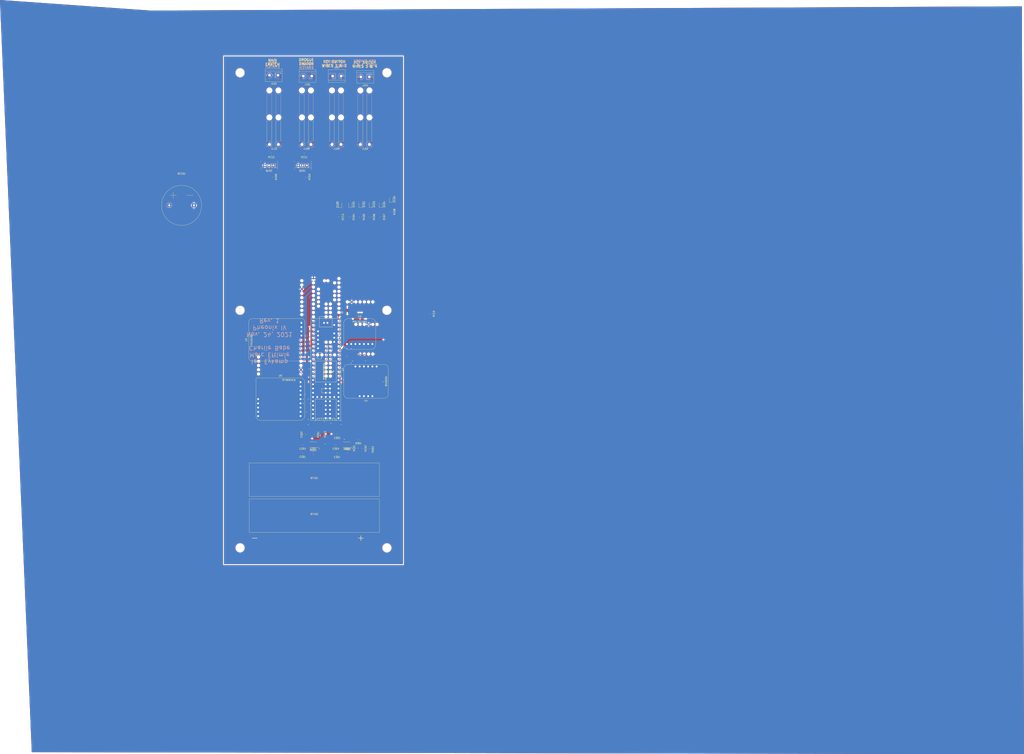
<source format=kicad_pcb>
(kicad_pcb (version 20171130) (host pcbnew "(5.1.7)-1")
  (layers (0 F.Cu signal) (31 B.Cu signal) (34 B.Paste user) (35 F.Paste user) (36 B.SilkS user) (37 F.SilkS user) (38 B.Mask user) (39 F.Mask user) (44 Edge.Cuts user))
  (net 0 "")
  (net 1 /MISO0)
  (net 2 /MOSI0)
  (net 3 /CS0)
  (net 4 /SCL2)
  (net 5 /PWM)
  (net 6 /TX1)
  (net 7 /RX1)
  (net 8 /SCK)
  (net 9 /SDA0)
  (net 10 /SCL0)
  (net 11 /3.3V)
  (net 12 GND)
  (net 13 /V_EMATCH)
  (net 14 /V_TEENSY)
  (net 15 "Net-(Q101-Pad1)")
  (net 16 "Net-(R201-Pad2)")
  (net 17 /TPS_2_STAT)
  (net 18 "Net-(R301-Pad2)")
  (net 19 /TPS_1_STAT)
  (net 20 /LED_1)
  (net 21 "Net-(D101-Pad1)")
  (net 22 "Net-(D102-Pad1)")
  (net 23 /LED_2)
  (net 24 "Net-(D103-Pad1)")
  (net 25 /LED_3)
  (net 26 /LED_4)
  (net 27 "Net-(D104-Pad1)")
  (net 28 "Net-(D105-Pad1)")
  (net 29 "Net-(Q102-Pad1)")
  (net 30 /E-MATCH_TRIGGER_1)
  (net 31 /E-MATCH_TRIGGER_2)
  (net 32 "Net-(R201-Pad1)")
  (net 33 "Net-(R301-Pad1)")
  (net 34 /KEY_SWITCH_DIGITAL)
  (net 35 "/TPS2113A for E-match/VSNS")
  (net 36 /BUZZER)
  (net 37 "Net-(U1-Pad17)")
  (net 38 "Net-(U1-Pad18)")
  (net 39 "Net-(U1-Pad19)")
  (net 40 "Net-(U1-Pad20)")
  (net 41 "Net-(U1-Pad16)")
  (net 42 "Net-(U1-Pad21)")
  (net 43 "Net-(U1-Pad22)")
  (net 44 "Net-(U1-Pad23)")
  (net 45 "Net-(U1-Pad24)")
  (net 46 "Net-(U1-Pad25)")
  (net 47 "Net-(U1-Pad26)")
  (net 48 "Net-(U1-Pad27)")
  (net 49 "Net-(U1-Pad28)")
  (net 50 "Net-(U1-Pad29)")
  (net 51 "Net-(U1-Pad30)")
  (net 52 "Net-(U1-Pad31)")
  (net 53 "Net-(U1-Pad37)")
  (net 54 "Net-(U1-Pad38)")
  (net 55 "Net-(U1-Pad41)")
  (net 56 "Net-(U1-Pad42)")
  (net 57 "Net-(U1-Pad43)")
  (net 58 "Net-(U1-Pad44)")
  (net 59 "Net-(U1-Pad47)")
  (net 60 "Net-(U1-Pad48)")
  (net 61 "Net-(U1-Pad49)")
  (net 62 "Net-(U1-Pad50)")
  (net 63 "Net-(U1-Pad52)")
  (net 64 "Net-(U1-Pad54)")
  (net 65 "Net-(U1-Pad55)")
  (net 66 "Net-(U1-Pad56)")
  (net 67 "Net-(U1-Pad57)")
  (net 68 "Net-(U1-Pad58)")
  (net 69 "Net-(U1-Pad59)")
  (net 70 "Net-(U1-Pad60)")
  (net 71 "Net-(U1-Pad61)")
  (net 72 "Net-(U1-Pad62)")
  (net 73 "Net-(U1-Pad79)")
  (net 74 "Net-(U1-Pad78)")
  (net 75 "Net-(U1-Pad77)")
  (net 76 "Net-(U1-Pad76)")
  (net 77 "Net-(U1-Pad73)")
  (net 78 "Net-(U1-Pad72)")
  (net 79 "Net-(U1-Pad71)")
  (net 80 "Net-(U1-Pad70)")
  (net 81 "Net-(U1-Pad75)")
  (net 82 "Net-(U1-Pad74)")
  (net 83 "Net-(U1-Pad80)")
  (net 84 "Net-(U1-Pad69)")
  (net 85 "Net-(U1-Pad81)")
  (net 86 "Net-(U1-Pad68)")
  (net 87 "Net-(U1-Pad82)")
  (net 88 "Net-(U1-Pad67)")
  (net 89 "Net-(U1-Pad64)")
  (net 90 "Net-(U1-Pad63)")
  (net 91 "Net-(U1-Pad65)")
  (net 92 "Net-(U1-Pad66)")
  (net 93 "Net-(U1-Pad83)")
  (net 94 "Net-(U1-Pad84)")
  (net 95 "Net-(U1-Pad85)")
  (net 96 "Net-(U1-Pad86)")
  (net 97 "Net-(U1-Pad88)")
  (net 98 "Net-(U1-Pad87)")
  (net 99 "Net-(U2-Pad9)")
  (net 100 "Net-(U2-Pad4)")
  (net 101 "Net-(U2-Pad3)")
  (net 102 "Net-(U2-Pad2)")
  (net 103 "Net-(U2-Pad1)")
  (net 104 "Net-(U3-Pad3)")
  (net 105 "Net-(U3-Pad4)")
  (net 106 "Net-(U3-Pad5)")
  (net 107 "Net-(U4-Pad2)")
  (net 108 "Net-(U4-Pad6)")
  (net 109 "Net-(U4-Pad10)")
  (net 110 "Net-(U4-Pad9)")
  (net 111 "Net-(U4-Pad8)")
  (net 112 "Net-(U4-Pad7)")
  (net 113 "Net-(U5-Pad3)")
  (net 114 "Net-(U5-Pad10)")
  (net 115 "Net-(U5-Pad11)")
  (net 116 "Net-(U5-Pad12)")
  (net 117 "Net-(U5-Pad13)")
  (net 118 "Net-(U5-Pad14)")
  (net 119 "Net-(D106-Pad1)")
  (net 120 /LED_0)
  (net 121 /BAT1)
  (net 122 /BAT2)
  (net 123 /V_EMATCH_TO_KEY_SWITCH)
  (net 124 /EMATCH_1+)
  (net 125 /EMATCH_2+)
  (module sensors_2021_2022:RFM69HCW_Breakout (layer F.Cu) (at -87.313 137.641)
    (fp_text reference U5 (at 0 -14.105) (layer F.SilkS))
    (fp_text value RFM69HCW_Breakout)
    (fp_text user RFM69HCW (at 5.08 -11.43) (layer F.SilkS))
    (pad 1 thru_hole circle (at 12.065 10.16 180) (size 1.6 1.6) (drill 1.1) (layers *.Cu *.Mask) (net 11 /3.3V))
    (pad 2 thru_hole circle (at 12.065 7.62 180) (size 1.6 1.6) (drill 1.1) (layers *.Cu *.Mask) (net 12 GND))
    (pad 3 thru_hole circle (at 12.065 5.08 180) (size 1.6 1.6) (drill 1.1) (layers *.Cu *.Mask) (net 113 "Net-(U5-Pad3)"))
    (pad 4 thru_hole circle (at 12.065 2.54 180) (size 1.6 1.6) (drill 1.1) (layers *.Cu *.Mask) (net 4 /SCL2))
    (pad 5 thru_hole circle (at 12.065 0 180) (size 1.6 1.6) (drill 1.1) (layers *.Cu *.Mask) (net 8 /SCK))
    (pad 6 thru_hole circle (at 12.065 -2.54 180) (size 1.6 1.6) (drill 1.1) (layers *.Cu *.Mask) (net 1 /MISO0))
    (pad 7 thru_hole circle (at 12.065 -5.08 180) (size 1.6 1.6) (drill 1.1) (layers *.Cu *.Mask) (net 2 /MOSI0))
    (pad 8 thru_hole circle (at 12.065 -7.62 180) (size 1.6 1.6) (drill 1.1) (layers *.Cu *.Mask) (net 3 /CS0))
    (pad 9 thru_hole circle (at 12.065 -10.16 180) (size 1.6 1.6) (drill 1.1) (layers *.Cu *.Mask) (net 5 /PWM))
    (pad 10 thru_hole circle (at -13.335 0 180) (size 1.6 1.6) (drill 1.1) (layers *.Cu *.Mask) (net 114 "Net-(U5-Pad10)"))
    (pad 11 thru_hole circle (at -13.335 2.54 180) (size 1.6 1.6) (drill 1.1) (layers *.Cu *.Mask) (net 115 "Net-(U5-Pad11)"))
    (pad 12 thru_hole circle (at -13.335 5.08 180) (size 1.6 1.6) (drill 1.1) (layers *.Cu *.Mask) (net 116 "Net-(U5-Pad12)"))
    (pad 13 thru_hole circle (at -13.335 7.62 180) (size 1.6 1.6) (drill 1.1) (layers *.Cu *.Mask) (net 117 "Net-(U5-Pad13)"))
    (pad 14 thru_hole circle (at -13.335 10.16 180) (size 1.6 1.6) (drill 1.1) (layers *.Cu *.Mask) (net 118 "Net-(U5-Pad14)"))
  )
  (module Olin_Rocketry:MyBatteryHolder_MPD_BH-18650-PC2 (layer F.Cu) (at -30.945 207.56 180)
    (fp_text reference BT102 (at 36 1 180) (layer F.SilkS))
    (fp_text value Battery_Cell)
    (pad 2 smd rect (at 77 0 180) (size 10 5) (layers F.Cu F.Paste F.Mask) (net 12 GND))
    (pad 1 smd rect (at -5 0 180) (size 10 5) (layers F.Cu F.Paste F.Mask) (net 122 /BAT2))
  )
  (module Olin_Rocketry:MyBatteryHolder_MPD_BH-18650-PC2 (layer F.Cu) (at -30.945 185.97 180)
    (fp_text reference BT101 (at 36 1) (layer F.SilkS))
    (fp_text value Battery_Cell)
    (pad 2 smd rect (at 77 0 180) (size 10 5) (layers F.Cu F.Paste F.Mask) (net 12 GND))
    (pad 1 smd rect (at -5 0 180) (size 10 5) (layers F.Cu F.Paste F.Mask) (net 121 /BAT1))
  )
  (module sensors_2021_2022:PA16165_Breakout (layer F.Cu) (at -89.345 102.081 90)
    (fp_text reference U2 (at 0 -18.415 90) (layer F.SilkS))
    (fp_text value PA16165_Breakout)
    (fp_text user PA16165 (at 0 -15.24 90) (layer F.SilkS))
    (pad 9 thru_hole circle (at 10.16 14.605 180) (size 1.6 1.6) (drill 1.1) (layers *.Cu *.Mask) (net 99 "Net-(U2-Pad9)"))
    (pad 8 thru_hole circle (at 7.62 14.605 180) (size 1.6 1.6) (drill 1.1) (layers *.Cu *.Mask) (net 11 /3.3V))
    (pad 7 thru_hole circle (at 5.08 14.605 180) (size 1.6 1.6) (drill 1.1) (layers *.Cu *.Mask) (net 12 GND))
    (pad 6 thru_hole circle (at 2.54 14.605 180) (size 1.6 1.6) (drill 1.1) (layers *.Cu *.Mask) (net 7 /RX1))
    (pad 5 thru_hole circle (at 0 14.605 180) (size 1.6 1.6) (drill 1.1) (layers *.Cu *.Mask) (net 6 /TX1))
    (pad 4 thru_hole circle (at -2.54 14.605 180) (size 1.6 1.6) (drill 1.1) (layers *.Cu *.Mask) (net 100 "Net-(U2-Pad4)"))
    (pad 3 thru_hole circle (at -5.08 14.605 180) (size 1.6 1.6) (drill 1.1) (layers *.Cu *.Mask) (net 101 "Net-(U2-Pad3)"))
    (pad 2 thru_hole circle (at -7.62 14.605 180) (size 1.6 1.6) (drill 1.1) (layers *.Cu *.Mask) (net 102 "Net-(U2-Pad2)"))
    (pad 1 thru_hole circle (at -10.16 14.605 180) (size 1.6 1.6) (drill 1.1) (layers *.Cu *.Mask) (net 103 "Net-(U2-Pad1)"))
  )
  (module sensors_2021_2022:MPL3115A2_Breakout (layer F.Cu) (at -39.815 98.271)
    (fp_text reference U3 (at 0 -10.16) (layer F.SilkS))
    (fp_text value MPL3115A2_Breakout)
    (fp_text user MPL3115A2 (at 0 -6.985) (layer F.SilkS))
    (pad 1 thru_hole circle (at -7.62 6.35 90) (size 1.6 1.6) (drill 1.1) (layers *.Cu *.Mask) (net 11 /3.3V))
    (pad 2 thru_hole circle (at -5.08 6.35 90) (size 1.6 1.6) (drill 1.1) (layers *.Cu *.Mask) (net 12 GND))
    (pad 3 thru_hole circle (at -2.54 6.35 90) (size 1.6 1.6) (drill 1.1) (layers *.Cu *.Mask) (net 104 "Net-(U3-Pad3)"))
    (pad 4 thru_hole circle (at 0 6.35 90) (size 1.6 1.6) (drill 1.1) (layers *.Cu *.Mask) (net 105 "Net-(U3-Pad4)"))
    (pad 5 thru_hole circle (at 2.54 6.35 90) (size 1.6 1.6) (drill 1.1) (layers *.Cu *.Mask) (net 106 "Net-(U3-Pad5)"))
    (pad 6 thru_hole circle (at 5.08 6.35 90) (size 1.6 1.6) (drill 1.1) (layers *.Cu *.Mask) (net 10 /SCL0))
    (pad 7 thru_hole circle (at 7.62 6.35 90) (size 1.6 1.6) (drill 1.1) (layers *.Cu *.Mask) (net 9 /SDA0))
  )
  (module sensors_2021_2022:BNO055_Breakout (layer F.Cu) (at -36.005 126.973 180)
    (fp_text reference U4 (at 0 -11.565) (layer F.SilkS))
    (fp_text value BNO055_Breakout)
    (fp_text user BNO055 (at -12.065 0 270) (layer F.SilkS))
    (pad 1 thru_hole circle (at -6.35 8.89 270) (size 1.6 1.6) (drill 1.1) (layers *.Cu *.Mask) (net 11 /3.3V))
    (pad 2 thru_hole circle (at -3.81 8.89 270) (size 1.6 1.6) (drill 1.1) (layers *.Cu *.Mask) (net 107 "Net-(U4-Pad2)"))
    (pad 3 thru_hole circle (at -1.27 8.89 270) (size 1.6 1.6) (drill 1.1) (layers *.Cu *.Mask) (net 12 GND))
    (pad 4 thru_hole circle (at 1.27 8.89 270) (size 1.6 1.6) (drill 1.1) (layers *.Cu *.Mask) (net 9 /SDA0))
    (pad 5 thru_hole circle (at 3.81 8.89 270) (size 1.6 1.6) (drill 1.1) (layers *.Cu *.Mask) (net 10 /SCL0))
    (pad 6 thru_hole circle (at 6.35 8.89 270) (size 1.6 1.6) (drill 1.1) (layers *.Cu *.Mask) (net 108 "Net-(U4-Pad6)"))
    (pad 10 thru_hole circle (at -3.81 -8.89 270) (size 1.6 1.6) (drill 1.1) (layers *.Cu *.Mask) (net 109 "Net-(U4-Pad10)"))
    (pad 9 thru_hole circle (at -1.27 -8.89 270) (size 1.6 1.6) (drill 1.1) (layers *.Cu *.Mask) (net 110 "Net-(U4-Pad9)"))
    (pad 8 thru_hole circle (at 1.27 -8.89 270) (size 1.6 1.6) (drill 1.1) (layers *.Cu *.Mask) (net 111 "Net-(U4-Pad8)"))
    (pad 7 thru_hole circle (at 3.81 -8.89 270) (size 1.6 1.6) (drill 1.1) (layers *.Cu *.Mask) (net 112 "Net-(U4-Pad7)"))
  )
  (module teensy:Teensy35_36_All_Pins (layer F.Cu) (at -60.135 119.861 270)
    (fp_text reference U1 (at 0 -10.16 90) (layer F.SilkS))
    (fp_text value Teensy3.6_All_Pins)
    (fp_text user MK66FX1MBVMD18/ (at 1.27 0 90) (layer F.SilkS) (effects (font (size 0.7 0.7))))
    (fp_text user MK64FX512VMD12 (at 1.27 1.143 90) (layer F.SilkS) (effects (font (size 0.7 0.7))))
    (pad 17 thru_hole circle (at 11.43 7.62 270) (size 1.6 1.6) (drill 1.1) (layers *.Cu *.Mask) (net 37 "Net-(U1-Pad17)"))
    (pad 18 thru_hole circle (at 13.97 7.62 270) (size 1.6 1.6) (drill 1.1) (layers *.Cu *.Mask) (net 38 "Net-(U1-Pad18)"))
    (pad 19 thru_hole circle (at 16.51 7.62 270) (size 1.6 1.6) (drill 1.1) (layers *.Cu *.Mask) (net 39 "Net-(U1-Pad19)"))
    (pad 20 thru_hole circle (at 19.05 7.62 270) (size 1.6 1.6) (drill 1.1) (layers *.Cu *.Mask) (net 40 "Net-(U1-Pad20)"))
    (pad 16 thru_hole circle (at 8.89 7.62 270) (size 1.6 1.6) (drill 1.1) (layers *.Cu *.Mask) (net 41 "Net-(U1-Pad16)"))
    (pad 15 thru_hole circle (at 6.35 7.62 270) (size 1.6 1.6) (drill 1.1) (layers *.Cu *.Mask) (net 11 /3.3V))
    (pad 14 thru_hole circle (at 3.81 7.62 270) (size 1.6 1.6) (drill 1.1) (layers *.Cu *.Mask) (net 1 /MISO0))
    (pad 21 thru_hole circle (at 21.59 7.62 270) (size 1.6 1.6) (drill 1.1) (layers *.Cu *.Mask) (net 42 "Net-(U1-Pad21)"))
    (pad 22 thru_hole circle (at 24.13 7.62 270) (size 1.6 1.6) (drill 1.1) (layers *.Cu *.Mask) (net 43 "Net-(U1-Pad22)"))
    (pad 23 thru_hole circle (at 26.67 7.62 270) (size 1.6 1.6) (drill 1.1) (layers *.Cu *.Mask) (net 44 "Net-(U1-Pad23)"))
    (pad 24 thru_hole circle (at 29.21 7.62 270) (size 1.6 1.6) (drill 1.1) (layers *.Cu *.Mask) (net 45 "Net-(U1-Pad24)"))
    (pad 25 thru_hole circle (at 16.51 5.08 270) (size 1.6 1.6) (drill 1.1) (layers *.Cu *.Mask) (net 46 "Net-(U1-Pad25)"))
    (pad 26 thru_hole circle (at 16.51 2.54 270) (size 1.6 1.6) (drill 1.1) (layers *.Cu *.Mask) (net 47 "Net-(U1-Pad26)"))
    (pad 27 thru_hole circle (at 16.51 0 270) (size 1.6 1.6) (drill 1.1) (layers *.Cu *.Mask) (net 48 "Net-(U1-Pad27)"))
    (pad 28 thru_hole circle (at 16.51 -2.54 270) (size 1.6 1.6) (drill 1.1) (layers *.Cu *.Mask) (net 49 "Net-(U1-Pad28)"))
    (pad 29 thru_hole circle (at 16.51 -5.08 270) (size 1.6 1.6) (drill 1.1) (layers *.Cu *.Mask) (net 50 "Net-(U1-Pad29)"))
    (pad 30 thru_hole circle (at 29.21 -7.62 270) (size 1.6 1.6) (drill 1.1) (layers *.Cu *.Mask) (net 51 "Net-(U1-Pad30)"))
    (pad 31 thru_hole circle (at 26.67 -7.62 270) (size 1.6 1.6) (drill 1.1) (layers *.Cu *.Mask) (net 52 "Net-(U1-Pad31)"))
    (pad 32 thru_hole circle (at 24.13 -7.62 270) (size 1.6 1.6) (drill 1.1) (layers *.Cu *.Mask) (net 19 /TPS_1_STAT))
    (pad 33 thru_hole circle (at 21.59 -7.62 270) (size 1.6 1.6) (drill 1.1) (layers *.Cu *.Mask) (net 17 /TPS_2_STAT))
    (pad 34 thru_hole circle (at 19.05 -7.62 270) (size 1.6 1.6) (drill 1.1) (layers *.Cu *.Mask) (net 34 /KEY_SWITCH_DIGITAL))
    (pad 35 thru_hole circle (at 16.51 -7.62 270) (size 1.6 1.6) (drill 1.1) (layers *.Cu *.Mask) (net 30 /E-MATCH_TRIGGER_1))
    (pad 36 thru_hole circle (at 13.97 -7.62 270) (size 1.6 1.6) (drill 1.1) (layers *.Cu *.Mask) (net 31 /E-MATCH_TRIGGER_2))
    (pad 37 thru_hole circle (at 11.43 -7.62 270) (size 1.6 1.6) (drill 1.1) (layers *.Cu *.Mask) (net 53 "Net-(U1-Pad37)"))
    (pad 13 thru_hole circle (at 1.27 7.62 270) (size 1.6 1.6) (drill 1.1) (layers *.Cu *.Mask) (net 2 /MOSI0))
    (pad 12 thru_hole circle (at -1.27 7.62 270) (size 1.6 1.6) (drill 1.1) (layers *.Cu *.Mask) (net 3 /CS0))
    (pad 11 thru_hole circle (at -3.81 7.62 270) (size 1.6 1.6) (drill 1.1) (layers *.Cu *.Mask) (net 26 /LED_4))
    (pad 10 thru_hole circle (at -6.35 7.62 270) (size 1.6 1.6) (drill 1.1) (layers *.Cu *.Mask) (net 25 /LED_3))
    (pad 9 thru_hole circle (at -8.89 7.62 270) (size 1.6 1.6) (drill 1.1) (layers *.Cu *.Mask) (net 23 /LED_2))
    (pad 8 thru_hole circle (at -11.43 7.62 270) (size 1.6 1.6) (drill 1.1) (layers *.Cu *.Mask) (net 20 /LED_1))
    (pad 7 thru_hole circle (at -13.97 7.62 270) (size 1.6 1.6) (drill 1.1) (layers *.Cu *.Mask) (net 120 /LED_0))
    (pad 6 thru_hole circle (at -16.51 7.62 270) (size 1.6 1.6) (drill 1.1) (layers *.Cu *.Mask) (net 36 /BUZZER))
    (pad 5 thru_hole circle (at -19.05 7.62 270) (size 1.6 1.6) (drill 1.1) (layers *.Cu *.Mask) (net 4 /SCL2))
    (pad 4 thru_hole circle (at -21.59 7.62 270) (size 1.6 1.6) (drill 1.1) (layers *.Cu *.Mask) (net 5 /PWM))
    (pad 3 thru_hole circle (at -24.13 7.62 270) (size 1.6 1.6) (drill 1.1) (layers *.Cu *.Mask) (net 6 /TX1))
    (pad 2 thru_hole circle (at -26.67 7.62 270) (size 1.6 1.6) (drill 1.1) (layers *.Cu *.Mask) (net 7 /RX1))
    (pad 1 thru_hole rect (at -29.21 7.62 270) (size 1.6 1.6) (drill 1.1) (layers *.Cu *.Mask) (net 12 GND))
    (pad 38 thru_hole circle (at 8.89 -7.62 270) (size 1.6 1.6) (drill 1.1) (layers *.Cu *.Mask) (net 54 "Net-(U1-Pad38)"))
    (pad 39 thru_hole circle (at 6.35 -7.62 270) (size 1.6 1.6) (drill 1.1) (layers *.Cu *.Mask) (net 12 GND))
    (pad 40 thru_hole circle (at 3.81 -7.62 270) (size 1.6 1.6) (drill 1.1) (layers *.Cu *.Mask) (net 8 /SCK))
    (pad 41 thru_hole circle (at 1.27 -7.62 270) (size 1.6 1.6) (drill 1.1) (layers *.Cu *.Mask) (net 55 "Net-(U1-Pad41)"))
    (pad 42 thru_hole circle (at -1.27 -7.62 270) (size 1.6 1.6) (drill 1.1) (layers *.Cu *.Mask) (net 56 "Net-(U1-Pad42)"))
    (pad 43 thru_hole circle (at -3.81 -7.62 270) (size 1.6 1.6) (drill 1.1) (layers *.Cu *.Mask) (net 57 "Net-(U1-Pad43)"))
    (pad 44 thru_hole circle (at -6.35 -7.62 270) (size 1.6 1.6) (drill 1.1) (layers *.Cu *.Mask) (net 58 "Net-(U1-Pad44)"))
    (pad 45 thru_hole circle (at -8.89 -7.62 270) (size 1.6 1.6) (drill 1.1) (layers *.Cu *.Mask) (net 9 /SDA0))
    (pad 46 thru_hole circle (at -11.43 -7.62 270) (size 1.6 1.6) (drill 1.1) (layers *.Cu *.Mask) (net 10 /SCL0))
    (pad 47 thru_hole circle (at -13.97 -7.62 270) (size 1.6 1.6) (drill 1.1) (layers *.Cu *.Mask) (net 59 "Net-(U1-Pad47)"))
    (pad 48 thru_hole circle (at -16.51 -7.62 270) (size 1.6 1.6) (drill 1.1) (layers *.Cu *.Mask) (net 60 "Net-(U1-Pad48)"))
    (pad 49 thru_hole circle (at -19.05 -7.62 270) (size 1.6 1.6) (drill 1.1) (layers *.Cu *.Mask) (net 61 "Net-(U1-Pad49)"))
    (pad 50 thru_hole circle (at -21.59 -7.62 270) (size 1.6 1.6) (drill 1.1) (layers *.Cu *.Mask) (net 62 "Net-(U1-Pad50)"))
    (pad 51 thru_hole circle (at -24.13 -7.62 270) (size 1.6 1.6) (drill 1.1) (layers *.Cu *.Mask) (net 11 /3.3V))
    (pad 52 thru_hole circle (at -26.67 -7.62 270) (size 1.6 1.6) (drill 1.1) (layers *.Cu *.Mask) (net 63 "Net-(U1-Pad52)"))
    (pad 53 thru_hole circle (at -29.21 -7.62 270) (size 1.6 1.6) (drill 1.1) (layers *.Cu *.Mask) (net 14 /V_TEENSY))
    (pad 54 thru_hole circle (at -26.67 -5.08 270) (size 1.6 1.6) (drill 1.1) (layers *.Cu *.Mask) (net 64 "Net-(U1-Pad54)"))
    (pad 55 thru_hole circle (at -21.59 -5.08 270) (size 1.6 1.6) (drill 1.1) (layers *.Cu *.Mask) (net 65 "Net-(U1-Pad55)"))
    (pad 56 thru_hole circle (at -19.05 -5.08 270) (size 1.6 1.6) (drill 1.1) (layers *.Cu *.Mask) (net 66 "Net-(U1-Pad56)"))
    (pad 57 thru_hole circle (at -16.51 -5.08 270) (size 1.6 1.6) (drill 1.1) (layers *.Cu *.Mask) (net 67 "Net-(U1-Pad57)"))
    (pad 58 thru_hole circle (at -22.86 4.62 270) (size 1.6 1.6) (drill 1.1) (layers *.Cu *.Mask) (net 68 "Net-(U1-Pad58)"))
    (pad 59 thru_hole circle (at -20.32 4.62 270) (size 1.6 1.6) (drill 1.1) (layers *.Cu *.Mask) (net 69 "Net-(U1-Pad59)"))
    (pad 60 thru_hole circle (at -17.78 4.62 270) (size 1.6 1.6) (drill 1.1) (layers *.Cu *.Mask) (net 70 "Net-(U1-Pad60)"))
    (pad 61 thru_hole circle (at -15.24 4.62 270) (size 1.6 1.6) (drill 1.1) (layers *.Cu *.Mask) (net 71 "Net-(U1-Pad61)"))
    (pad 62 thru_hole circle (at -12.7 4.62 270) (size 1.6 1.6) (drill 1.1) (layers *.Cu *.Mask) (net 72 "Net-(U1-Pad62)"))
    (pad 79 thru_hole circle (at 19.05 -2.54 270) (size 1.6 1.6) (drill 1.1) (layers *.Cu *.Mask) (net 73 "Net-(U1-Pad79)"))
    (pad 78 thru_hole circle (at 21.59 -2.54 270) (size 1.6 1.6) (drill 1.1) (layers *.Cu *.Mask) (net 74 "Net-(U1-Pad78)"))
    (pad 77 thru_hole circle (at 24.13 -2.54 270) (size 1.6 1.6) (drill 1.1) (layers *.Cu *.Mask) (net 75 "Net-(U1-Pad77)"))
    (pad 76 thru_hole circle (at 26.67 -2.54 270) (size 1.6 1.6) (drill 1.1) (layers *.Cu *.Mask) (net 76 "Net-(U1-Pad76)"))
    (pad 73 thru_hole circle (at 26.67 0 270) (size 1.6 1.6) (drill 1.1) (layers *.Cu *.Mask) (net 77 "Net-(U1-Pad73)"))
    (pad 72 thru_hole circle (at 24.13 0 270) (size 1.6 1.6) (drill 1.1) (layers *.Cu *.Mask) (net 78 "Net-(U1-Pad72)"))
    (pad 71 thru_hole circle (at 21.59 0 270) (size 1.6 1.6) (drill 1.1) (layers *.Cu *.Mask) (net 79 "Net-(U1-Pad71)"))
    (pad 70 thru_hole circle (at 19.05 0 270) (size 1.6 1.6) (drill 1.1) (layers *.Cu *.Mask) (net 80 "Net-(U1-Pad70)"))
    (pad 75 thru_hole circle (at 29.21 -2.54 270) (size 1.6 1.6) (drill 1.1) (layers *.Cu *.Mask) (net 81 "Net-(U1-Pad75)"))
    (pad 74 thru_hole circle (at 29.21 0 270) (size 1.6 1.6) (drill 1.1) (layers *.Cu *.Mask) (net 82 "Net-(U1-Pad74)"))
    (pad 80 thru_hole circle (at 13.97 -2.54 270) (size 1.6 1.6) (drill 1.1) (layers *.Cu *.Mask) (net 83 "Net-(U1-Pad80)"))
    (pad 69 thru_hole circle (at 13.97 0 270) (size 1.6 1.6) (drill 1.1) (layers *.Cu *.Mask) (net 84 "Net-(U1-Pad69)"))
    (pad 81 thru_hole circle (at 11.43 -2.54 270) (size 1.6 1.6) (drill 1.1) (layers *.Cu *.Mask) (net 85 "Net-(U1-Pad81)"))
    (pad 68 thru_hole circle (at 11.43 0 270) (size 1.6 1.6) (drill 1.1) (layers *.Cu *.Mask) (net 86 "Net-(U1-Pad68)"))
    (pad 82 thru_hole circle (at 8.89 -2.54 270) (size 1.6 1.6) (drill 1.1) (layers *.Cu *.Mask) (net 87 "Net-(U1-Pad82)"))
    (pad 67 thru_hole circle (at 8.89 0 270) (size 1.6 1.6) (drill 1.1) (layers *.Cu *.Mask) (net 88 "Net-(U1-Pad67)"))
    (pad 64 thru_hole circle (at -11.43 0 270) (size 1.6 1.6) (drill 1.1) (layers *.Cu *.Mask) (net 89 "Net-(U1-Pad64)"))
    (pad 63 thru_hole circle (at -13.97 0 270) (size 1.6 1.6) (drill 1.1) (layers *.Cu *.Mask) (net 90 "Net-(U1-Pad63)"))
    (pad 65 thru_hole circle (at -8.89 0 270) (size 1.6 1.6) (drill 1.1) (layers *.Cu *.Mask) (net 91 "Net-(U1-Pad65)"))
    (pad 66 thru_hole circle (at -6.35 0 270) (size 1.6 1.6) (drill 1.1) (layers *.Cu *.Mask) (net 92 "Net-(U1-Pad66)"))
    (pad 83 thru_hole circle (at -6.35 -2.54 270) (size 1.6 1.6) (drill 1.1) (layers *.Cu *.Mask) (net 93 "Net-(U1-Pad83)"))
    (pad 84 thru_hole circle (at -8.89 -2.54 270) (size 1.6 1.6) (drill 1.1) (layers *.Cu *.Mask) (net 94 "Net-(U1-Pad84)"))
    (pad 85 thru_hole circle (at -11.43 -2.54 270) (size 1.6 1.6) (drill 1.1) (layers *.Cu *.Mask) (net 95 "Net-(U1-Pad85)"))
    (pad 86 thru_hole circle (at -13.97 -2.54 270) (size 1.6 1.6) (drill 1.1) (layers *.Cu *.Mask) (net 96 "Net-(U1-Pad86)"))
    (pad 88 thru_hole circle (at -27.94 1.01 270) (size 1.6 1.6) (drill 1.1) (layers *.Cu *.Mask) (net 97 "Net-(U1-Pad88)"))
    (pad 87 thru_hole circle (at -27.94 -1.01 270) (size 1.6 1.6) (drill 1.1) (layers *.Cu *.Mask) (net 98 "Net-(U1-Pad87)"))
  )
  (module Capacitor_SMD:C_0805_2012Metric_Pad1.18x1.45mm_HandSolder (layer F.Cu) (at -74.005 170.613 180)
    (fp_text reference C201 (at 0 -1.68) (layer F.SilkS))
    (fp_text value C_0.1u)
    (pad 1 smd roundrect (at -1.0375 0 180) (size 1.175 1.45) (layers F.Cu F.Paste F.Mask) (roundrect_rratio 0.2127659574468085) (net 121 /BAT1))
    (pad 2 smd roundrect (at 1.0375 0 180) (size 1.175 1.45) (layers F.Cu F.Paste F.Mask) (roundrect_rratio 0.2127659574468085) (net 12 GND))
  )
  (module Capacitor_SMD:C_0805_2012Metric_Pad1.18x1.45mm_HandSolder (layer F.Cu) (at -72.989 158.929 90)
    (fp_text reference C202 (at 0 -1.68 90) (layer F.SilkS))
    (fp_text value C_0.1u)
    (pad 2 smd roundrect (at 1.0375 0 90) (size 1.175 1.45) (layers F.Cu F.Paste F.Mask) (roundrect_rratio 0.2127659574468085) (net 12 GND))
    (pad 1 smd roundrect (at -1.0375 0 90) (size 1.175 1.45) (layers F.Cu F.Paste F.Mask) (roundrect_rratio 0.2127659574468085) (net 122 /BAT2))
  )
  (module Capacitor_SMD:C_0805_2012Metric_Pad1.18x1.45mm_HandSolder (layer F.Cu) (at -74 165.75 180)
    (fp_text reference C203 (at 0 -1.68 180) (layer F.SilkS))
    (fp_text value C_0.1u)
    (pad 1 smd roundrect (at -1.0375 0 180) (size 1.175 1.45) (layers F.Cu F.Paste F.Mask) (roundrect_rratio 0.2127659574468085) (net 123 /V_EMATCH_TO_KEY_SWITCH))
    (pad 2 smd roundrect (at 1.0375 0 180) (size 1.175 1.45) (layers F.Cu F.Paste F.Mask) (roundrect_rratio 0.2127659574468085) (net 12 GND))
  )
  (module Capacitor_SMD:C_0805_2012Metric_Pad1.18x1.45mm_HandSolder (layer F.Cu) (at -53.3125 170.7165 180)
    (fp_text reference C301 (at 0 -1.68) (layer F.SilkS))
    (fp_text value C_0.1u)
    (pad 1 smd roundrect (at -1.0375 0 180) (size 1.175 1.45) (layers F.Cu F.Paste F.Mask) (roundrect_rratio 0.2127659574468085) (net 121 /BAT1))
    (pad 2 smd roundrect (at 1.0375 0 180) (size 1.175 1.45) (layers F.Cu F.Paste F.Mask) (roundrect_rratio 0.2127659574468085) (net 12 GND))
  )
  (module Capacitor_SMD:C_0805_2012Metric_Pad1.18x1.45mm_HandSolder (layer F.Cu) (at -53.3125 159.2865 180)
    (fp_text reference C302 (at 0 -1.68) (layer F.SilkS))
    (fp_text value C_0.1u)
    (pad 2 smd roundrect (at 1.0375 0 180) (size 1.175 1.45) (layers F.Cu F.Paste F.Mask) (roundrect_rratio 0.2127659574468085) (net 12 GND))
    (pad 1 smd roundrect (at -1.0375 0 180) (size 1.175 1.45) (layers F.Cu F.Paste F.Mask) (roundrect_rratio 0.2127659574468085) (net 122 /BAT2))
  )
  (module Capacitor_SMD:C_0805_2012Metric_Pad1.18x1.45mm_HandSolder (layer F.Cu) (at -54.138 165.7 180)
    (fp_text reference C303 (at 0 -1.68) (layer F.SilkS))
    (fp_text value C_0.1u)
    (pad 2 smd roundrect (at 1.0375 0 180) (size 1.175 1.45) (layers F.Cu F.Paste F.Mask) (roundrect_rratio 0.2127659574468085) (net 12 GND))
    (pad 1 smd roundrect (at -1.0375 0 180) (size 1.175 1.45) (layers F.Cu F.Paste F.Mask) (roundrect_rratio 0.2127659574468085) (net 14 /V_TEENSY))
  )
  (module TerminalBlock:TerminalBlock_bornier-2_P5.08mm (layer F.Cu) (at -68.5 -56 180)
    (fp_text reference J101 (at 2.54 -5.08 180) (layer F.SilkS))
    (fp_text value Screw_Terminal_01x02)
    (pad 1 thru_hole rect (at 0 0 180) (size 3 3) (drill 1.52) (layers *.Cu *.Mask) (net 13 /V_EMATCH))
    (pad 2 thru_hole circle (at 5.08 0 180) (size 3 3) (drill 1.52) (layers *.Cu *.Mask) (net 124 /EMATCH_1+))
  )
  (module footprints:TO-220-3 (layer F.Cu) (at -71.46 -2.5 180)
    (fp_text reference Q101 (at 2.62 -3.22 180) (layer F.SilkS))
    (fp_text value Q_NMOS_GDS)
    (pad 1 thru_hole rect (at 0 0 180) (size 2 2) (drill 1) (layers *.Cu *.Mask) (net 15 "Net-(Q101-Pad1)"))
    (pad 2 thru_hole circle (at 2.54 0 180) (size 2 2) (drill 1) (layers *.Cu *.Mask) (net 124 /EMATCH_1+))
    (pad 3 thru_hole circle (at 5.08 0 180) (size 2 2) (drill 1) (layers *.Cu *.Mask) (net 12 GND))
  )
  (module Resistor_SMD:R_0805_2012Metric_Pad1.20x1.40mm_HandSolder (layer F.Cu) (at -41.438 167.097 90)
    (fp_text reference R101 (at 0 -1.65 90) (layer F.SilkS))
    (fp_text value R_15k)
    (pad 1 smd roundrect (at -1 0 90) (size 1.2 1.4) (layers F.Cu F.Paste F.Mask) (roundrect_rratio 0.2083325) (net 121 /BAT1))
    (pad 2 smd roundrect (at 1 0 90) (size 1.2 1.4) (layers F.Cu F.Paste F.Mask) (roundrect_rratio 0.2083325) (net 35 "/TPS2113A for E-match/VSNS"))
  )
  (module Resistor_SMD:R_0805_2012Metric_Pad1.20x1.40mm_HandSolder (layer F.Cu) (at -37.882 167.224 270)
    (fp_text reference R102 (at 0 -1.65 270) (layer F.SilkS))
    (fp_text value R_4.7k)
    (pad 2 smd roundrect (at 1 0 270) (size 1.2 1.4) (layers F.Cu F.Paste F.Mask) (roundrect_rratio 0.2083325) (net 12 GND))
    (pad 1 smd roundrect (at -1 0 270) (size 1.2 1.4) (layers F.Cu F.Paste F.Mask) (roundrect_rratio 0.2083325) (net 35 "/TPS2113A for E-match/VSNS"))
  )
  (module Resistor_SMD:R_0805_2012Metric_Pad1.20x1.40mm_HandSolder (layer F.Cu) (at -71.5 4.5 270)
    (fp_text reference R103 (at 0 -1.65 270) (layer F.SilkS))
    (fp_text value R_10k)
    (pad 2 smd roundrect (at 1 0 270) (size 1.2 1.4) (layers F.Cu F.Paste F.Mask) (roundrect_rratio 0.2083325) (net 30 /E-MATCH_TRIGGER_1))
    (pad 1 smd roundrect (at -1 0 270) (size 1.2 1.4) (layers F.Cu F.Paste F.Mask) (roundrect_rratio 0.2083325) (net 15 "Net-(Q101-Pad1)"))
  )
  (module Resistor_SMD:R_0805_2012Metric_Pad1.20x1.40mm_HandSolder (layer F.Cu) (at -66.258 158.929 270)
    (fp_text reference R201 (at 0 -1.65 270) (layer F.SilkS))
    (fp_text value R_200)
    (pad 2 smd roundrect (at 1 0 270) (size 1.2 1.4) (layers F.Cu F.Paste F.Mask) (roundrect_rratio 0.2083325) (net 16 "Net-(R201-Pad2)"))
    (pad 1 smd roundrect (at -1 0 270) (size 1.2 1.4) (layers F.Cu F.Paste F.Mask) (roundrect_rratio 0.2083325) (net 32 "Net-(R201-Pad1)"))
  )
  (module Resistor_SMD:R_0805_2012Metric_Pad1.20x1.40mm_HandSolder (layer F.Cu) (at -67.655 169.978)
    (fp_text reference R202 (at 0 -1.65) (layer F.SilkS))
    (fp_text value R_10k)
    (pad 1 smd roundrect (at -1 0) (size 1.2 1.4) (layers F.Cu F.Paste F.Mask) (roundrect_rratio 0.2083325) (net 123 /V_EMATCH_TO_KEY_SWITCH))
    (pad 2 smd roundrect (at 1 0) (size 1.2 1.4) (layers F.Cu F.Paste F.Mask) (roundrect_rratio 0.2083325) (net 17 /TPS_2_STAT))
  )
  (module Resistor_SMD:R_0805_2012Metric_Pad1.20x1.40mm_HandSolder (layer F.Cu) (at -40.549 162.525 180)
    (fp_text reference R301 (at 0 -1.65) (layer F.SilkS))
    (fp_text value R_200)
    (pad 1 smd roundrect (at -1 0 180) (size 1.2 1.4) (layers F.Cu F.Paste F.Mask) (roundrect_rratio 0.2083325) (net 33 "Net-(R301-Pad1)"))
    (pad 2 smd roundrect (at 1 0 180) (size 1.2 1.4) (layers F.Cu F.Paste F.Mask) (roundrect_rratio 0.2083325) (net 18 "Net-(R301-Pad2)"))
  )
  (module Resistor_SMD:R_0805_2012Metric_Pad1.20x1.40mm_HandSolder (layer F.Cu) (at -47 169.25)
    (fp_text reference R302 (at 0 -1.65 180) (layer F.SilkS))
    (fp_text value R_10k)
    (pad 1 smd roundrect (at -1 0) (size 1.2 1.4) (layers F.Cu F.Paste F.Mask) (roundrect_rratio 0.2083325) (net 14 /V_TEENSY))
    (pad 2 smd roundrect (at 1 0) (size 1.2 1.4) (layers F.Cu F.Paste F.Mask) (roundrect_rratio 0.2083325) (net 19 /TPS_1_STAT))
  )
  (module LED_SMD:LED_0805_2012Metric_Pad1.15x1.40mm_HandSolder (layer F.Cu) (at -45.404 20.86 90)
    (fp_text reference D101 (at 0 2.032 270) (layer F.SilkS))
    (fp_text value LED)
    (pad 2 smd roundrect (at 1.025 0 90) (size 1.15 1.4) (layers F.Cu F.Paste F.Mask) (roundrect_rratio 0.2173904347826087) (net 20 /LED_1))
    (pad 1 smd roundrect (at -1.025 0 90) (size 1.15 1.4) (layers F.Cu F.Paste F.Mask) (roundrect_rratio 0.2173904347826087) (net 21 "Net-(D101-Pad1)"))
  )
  (module LED_SMD:LED_0805_2012Metric_Pad1.15x1.40mm_HandSolder (layer F.Cu) (at -39.308 20.86 90)
    (fp_text reference D102 (at 0 2.032 270) (layer F.SilkS))
    (fp_text value LED)
    (pad 1 smd roundrect (at -1.025 0 90) (size 1.15 1.4) (layers F.Cu F.Paste F.Mask) (roundrect_rratio 0.2173904347826087) (net 22 "Net-(D102-Pad1)"))
    (pad 2 smd roundrect (at 1.025 0 90) (size 1.15 1.4) (layers F.Cu F.Paste F.Mask) (roundrect_rratio 0.2173904347826087) (net 23 /LED_2))
  )
  (module LED_SMD:LED_0805_2012Metric_Pad1.15x1.40mm_HandSolder (layer F.Cu) (at -33.212 20.86 90)
    (fp_text reference D103 (at 0 2.032 270) (layer F.SilkS))
    (fp_text value LED)
    (pad 1 smd roundrect (at -1.025 0 90) (size 1.15 1.4) (layers F.Cu F.Paste F.Mask) (roundrect_rratio 0.2173904347826087) (net 24 "Net-(D103-Pad1)"))
    (pad 2 smd roundrect (at 1.025 0 90) (size 1.15 1.4) (layers F.Cu F.Paste F.Mask) (roundrect_rratio 0.2173904347826087) (net 25 /LED_3))
  )
  (module LED_SMD:LED_0805_2012Metric_Pad1.15x1.40mm_HandSolder (layer F.Cu) (at -27.116 20.86 90)
    (fp_text reference D104 (at 0 2.032 270) (layer F.SilkS))
    (fp_text value LED)
    (pad 2 smd roundrect (at 1.025 0 90) (size 1.15 1.4) (layers F.Cu F.Paste F.Mask) (roundrect_rratio 0.2173904347826087) (net 26 /LED_4))
    (pad 1 smd roundrect (at -1.025 0 90) (size 1.15 1.4) (layers F.Cu F.Paste F.Mask) (roundrect_rratio 0.2173904347826087) (net 27 "Net-(D104-Pad1)"))
  )
  (module LED_SMD:LED_0805_2012Metric_Pad1.15x1.40mm_HandSolder (layer F.Cu) (at -21.02 17.812 90)
    (fp_text reference D105 (at 0 2.032 270) (layer F.SilkS))
    (fp_text value LED)
    (pad 1 smd roundrect (at -1.025 0 90) (size 1.15 1.4) (layers F.Cu F.Paste F.Mask) (roundrect_rratio 0.2173904347826087) (net 28 "Net-(D105-Pad1)"))
    (pad 2 smd roundrect (at 1.025 0 90) (size 1.15 1.4) (layers F.Cu F.Paste F.Mask) (roundrect_rratio 0.2173904347826087) (net 11 /3.3V))
  )
  (module Resistor_SMD:R_0805_2012Metric_Pad1.20x1.40mm_HandSolder (layer F.Cu) (at -45.404 28.48 270)
    (fp_text reference R104 (at 0 -2.032 90) (layer F.SilkS))
    (fp_text value R_750)
    (pad 1 smd roundrect (at -1 0 270) (size 1.2 1.4) (layers F.Cu F.Paste F.Mask) (roundrect_rratio 0.2083325) (net 21 "Net-(D101-Pad1)"))
    (pad 2 smd roundrect (at 1 0 270) (size 1.2 1.4) (layers F.Cu F.Paste F.Mask) (roundrect_rratio 0.2083325) (net 12 GND))
  )
  (module Resistor_SMD:R_0805_2012Metric_Pad1.20x1.40mm_HandSolder (layer F.Cu) (at -39.308 28.48 270)
    (fp_text reference R105 (at 0 -2.032 90) (layer F.SilkS))
    (fp_text value R_750)
    (pad 2 smd roundrect (at 1 0 270) (size 1.2 1.4) (layers F.Cu F.Paste F.Mask) (roundrect_rratio 0.2083325) (net 12 GND))
    (pad 1 smd roundrect (at -1 0 270) (size 1.2 1.4) (layers F.Cu F.Paste F.Mask) (roundrect_rratio 0.2083325) (net 22 "Net-(D102-Pad1)"))
  )
  (module Resistor_SMD:R_0805_2012Metric_Pad1.20x1.40mm_HandSolder (layer F.Cu) (at -33.212 28.48 270)
    (fp_text reference R106 (at 0 -2.032 90) (layer F.SilkS))
    (fp_text value R_750)
    (pad 1 smd roundrect (at -1 0 270) (size 1.2 1.4) (layers F.Cu F.Paste F.Mask) (roundrect_rratio 0.2083325) (net 24 "Net-(D103-Pad1)"))
    (pad 2 smd roundrect (at 1 0 270) (size 1.2 1.4) (layers F.Cu F.Paste F.Mask) (roundrect_rratio 0.2083325) (net 12 GND))
  )
  (module Resistor_SMD:R_0805_2012Metric_Pad1.20x1.40mm_HandSolder (layer F.Cu) (at -27.116 28.48 270)
    (fp_text reference R107 (at 0 -2.032 90) (layer F.SilkS))
    (fp_text value R_750)
    (pad 1 smd roundrect (at -1 0 270) (size 1.2 1.4) (layers F.Cu F.Paste F.Mask) (roundrect_rratio 0.2083325) (net 27 "Net-(D104-Pad1)"))
    (pad 2 smd roundrect (at 1 0 270) (size 1.2 1.4) (layers F.Cu F.Paste F.Mask) (roundrect_rratio 0.2083325) (net 12 GND))
  )
  (module Resistor_SMD:R_0805_2012Metric_Pad1.20x1.40mm_HandSolder (layer F.Cu) (at -21.02 25.432 270)
    (fp_text reference R108 (at 0 -2.032 90) (layer F.SilkS))
    (fp_text value R_750)
    (pad 2 smd roundrect (at 1 0 270) (size 1.2 1.4) (layers F.Cu F.Paste F.Mask) (roundrect_rratio 0.2083325) (net 12 GND))
    (pad 1 smd roundrect (at -1 0 270) (size 1.2 1.4) (layers F.Cu F.Paste F.Mask) (roundrect_rratio 0.2083325) (net 28 "Net-(D105-Pad1)"))
  )
  (module Capacitor_SMD:C_0805_2012Metric_Pad1.18x1.45mm_HandSolder (layer F.Cu) (at -51.372 87.349)
    (fp_text reference C101 (at 0 -1.68 180) (layer F.SilkS))
    (fp_text value C_0.1u)
    (pad 1 smd roundrect (at -1.0375 0) (size 1.175 1.45) (layers F.Cu F.Paste F.Mask) (roundrect_rratio 0.2127659574468085) (net 14 /V_TEENSY))
    (pad 2 smd roundrect (at 1.0375 0) (size 1.175 1.45) (layers F.Cu F.Paste F.Mask) (roundrect_rratio 0.2127659574468085) (net 12 GND))
  )
  (module TerminalBlock:TerminalBlock_bornier-2_P5.08mm (layer F.Cu) (at -88.75 -56.5 180)
    (fp_text reference J102 (at 2.54 -5.08) (layer F.SilkS))
    (fp_text value Screw_Terminal_01x02)
    (pad 1 thru_hole rect (at 0 0 180) (size 3 3) (drill 1.52) (layers *.Cu *.Mask) (net 13 /V_EMATCH))
    (pad 2 thru_hole circle (at 5.08 0 180) (size 3 3) (drill 1.52) (layers *.Cu *.Mask) (net 125 /EMATCH_2+))
  )
  (module footprints:TO-220-3 (layer F.Cu) (at -91.5 -2.5 180)
    (fp_text reference Q102 (at 2.62 -3.22 180) (layer F.SilkS))
    (fp_text value Q_NMOS_GDS)
    (pad 1 thru_hole rect (at 0 0 180) (size 2 2) (drill 1) (layers *.Cu *.Mask) (net 29 "Net-(Q102-Pad1)"))
    (pad 2 thru_hole circle (at 2.54 0 180) (size 2 2) (drill 1) (layers *.Cu *.Mask) (net 125 /EMATCH_2+))
    (pad 3 thru_hole circle (at 5.08 0 180) (size 2 2) (drill 1) (layers *.Cu *.Mask) (net 12 GND))
  )
  (module Resistor_SMD:R_0805_2012Metric_Pad1.20x1.40mm_HandSolder (layer F.Cu) (at -91.5 4.5 270)
    (fp_text reference R109 (at 0 -1.65 90) (layer F.SilkS))
    (fp_text value R_10k)
    (pad 1 smd roundrect (at -1 0 270) (size 1.2 1.4) (layers F.Cu F.Paste F.Mask) (roundrect_rratio 0.2083325) (net 29 "Net-(Q102-Pad1)"))
    (pad 2 smd roundrect (at 1 0 270) (size 1.2 1.4) (layers F.Cu F.Paste F.Mask) (roundrect_rratio 0.2083325) (net 31 /E-MATCH_TRIGGER_2))
  )
  (module Package_SO:TSSOP-8_4.4x3mm_P0.65mm (layer F.Cu) (at -67.655 164.898 180)
    (fp_text reference U201 (at 0 -2.45) (layer F.SilkS))
    (fp_text value TPS2113ADRBR)
    (pad 1 smd roundrect (at -2.8625 -0.975 180) (size 1.475 0.4) (layers F.Cu F.Paste F.Mask) (net 17 /TPS_2_STAT))
    (pad 2 smd roundrect (at -2.8625 -0.325 180) (size 1.475 0.4) (layers F.Cu F.Paste F.Mask) (net 12 GND))
    (pad 3 smd roundrect (at -2.8625 0.325 180) (size 1.475 0.4) (layers F.Cu F.Paste F.Mask) (net 35 "/TPS2113A for E-match/VSNS"))
    (pad 4 smd roundrect (at -2.8625 0.975 180) (size 1.475 0.4) (layers F.Cu F.Paste F.Mask) (net 16 "Net-(R201-Pad2)"))
    (pad 5 smd roundrect (at 2.8625 0.975 180) (size 1.475 0.4) (layers F.Cu F.Paste F.Mask) (net 12 GND))
    (pad 6 smd roundrect (at 2.8625 0.325 180) (size 1.475 0.4) (layers F.Cu F.Paste F.Mask) (net 122 /BAT2))
    (pad 7 smd roundrect (at 2.8625 -0.325 180) (size 1.475 0.4) (layers F.Cu F.Paste F.Mask) (net 123 /V_EMATCH_TO_KEY_SWITCH))
    (pad 8 smd roundrect (at 2.8625 -0.975 180) (size 1.475 0.4) (layers F.Cu F.Paste F.Mask) (net 121 /BAT1))
  )
  (module Package_SO:TSSOP-8_4.4x3mm_P0.65mm (layer F.Cu) (at -47.5975 165.0015 180)
    (fp_text reference U301 (at 0 -2.45) (layer F.SilkS))
    (fp_text value TPS2113ADRBR)
    (pad 8 smd roundrect (at 2.8625 -0.975 180) (size 1.475 0.4) (layers F.Cu F.Paste F.Mask) (net 121 /BAT1))
    (pad 7 smd roundrect (at 2.8625 -0.325 180) (size 1.475 0.4) (layers F.Cu F.Paste F.Mask) (net 14 /V_TEENSY))
    (pad 6 smd roundrect (at 2.8625 0.325 180) (size 1.475 0.4) (layers F.Cu F.Paste F.Mask) (net 122 /BAT2))
    (pad 5 smd roundrect (at 2.8625 0.975 180) (size 1.475 0.4) (layers F.Cu F.Paste F.Mask) (net 12 GND))
    (pad 4 smd roundrect (at -2.8625 0.975 180) (size 1.475 0.4) (layers F.Cu F.Paste F.Mask) (net 18 "Net-(R301-Pad2)"))
    (pad 3 smd roundrect (at -2.8625 0.325 180) (size 1.475 0.4) (layers F.Cu F.Paste F.Mask) (net 35 "/TPS2113A for E-match/VSNS"))
    (pad 2 smd roundrect (at -2.8625 -0.325 180) (size 1.475 0.4) (layers F.Cu F.Paste F.Mask) (net 12 GND))
    (pad 1 smd roundrect (at -2.8625 -0.975 180) (size 1.475 0.4) (layers F.Cu F.Paste F.Mask) (net 19 /TPS_1_STAT))
  )
  (module Resistor_SMD:R_0805_2012Metric_Pad1.20x1.40mm_HandSolder (layer F.Cu) (at -62.448 158.929 90)
    (fp_text reference R203 (at 0.127 1.905 270) (layer F.SilkS))
    (fp_text value R_200)
    (pad 2 smd roundrect (at 1 0 90) (size 1.2 1.4) (layers F.Cu F.Paste F.Mask) (roundrect_rratio 0.2083325) (net 32 "Net-(R201-Pad1)"))
    (pad 1 smd roundrect (at -1 0 90) (size 1.2 1.4) (layers F.Cu F.Paste F.Mask) (roundrect_rratio 0.2083325) (net 12 GND))
  )
  (module Resistor_SMD:R_0805_2012Metric_Pad1.20x1.40mm_HandSolder (layer F.Cu) (at -34.072 167.224 90)
    (fp_text reference R303 (at -0.635 2.159 270) (layer F.SilkS))
    (fp_text value R_200)
    (pad 1 smd roundrect (at -1 0 90) (size 1.2 1.4) (layers F.Cu F.Paste F.Mask) (roundrect_rratio 0.2083325) (net 12 GND))
    (pad 2 smd roundrect (at 1 0 90) (size 1.2 1.4) (layers F.Cu F.Paste F.Mask) (roundrect_rratio 0.2083325) (net 33 "Net-(R301-Pad1)"))
  )
  (module Connector_Wire:SolderWire-1sqmm_1x02_P5.4mm_D1.4mm_OD2.7mm_Relief2x (layer F.Cu) (at -34 -15 180)
    (fp_text reference J103 (at 2.7 -2.58) (layer F.SilkS))
    (fp_text value Conn_01x02_Female)
    (pad 1 thru_hole roundrect (at 0 0 180) (size 2.75 2.75) (drill 1.75) (layers *.Cu *.Mask) (roundrect_rratio 0.09090836363636363) (net 11 /3.3V))
    (pad 2 thru_hole circle (at 5.4 0 180) (size 2.75 2.75) (drill 1.75) (layers *.Cu *.Mask) (net 34 /KEY_SWITCH_DIGITAL))
    (pad "" np_thru_hole circle (at 0 16.2 180) (size 3.2 3.2) (drill 3.2) (layers *.Cu *.Mask))
    (pad "" np_thru_hole circle (at 0 32.4 180) (size 3.2 3.2) (drill 3.2) (layers *.Cu *.Mask))
    (pad "" np_thru_hole circle (at 5.4 16.2 180) (size 3.2 3.2) (drill 3.2) (layers *.Cu *.Mask))
    (pad "" np_thru_hole circle (at 5.4 32.4 180) (size 3.2 3.2) (drill 3.2) (layers *.Cu *.Mask))
  )
  (module TerminalBlock:TerminalBlock_bornier-2_P5.08mm (layer F.Cu) (at -34 -55.5 180)
    (fp_text reference J104 (at 2.54 -5.08) (layer F.SilkS))
    (fp_text value Screw_Terminal_01x02)
    (pad 1 thru_hole rect (at 0 0 180) (size 3 3) (drill 1.52) (layers *.Cu *.Mask) (net 11 /3.3V))
    (pad 2 thru_hole circle (at 5.08 0 180) (size 3 3) (drill 1.52) (layers *.Cu *.Mask) (net 34 /KEY_SWITCH_DIGITAL))
  )
  (module Connector_Wire:SolderWire-1sqmm_1x02_P5.4mm_D1.4mm_OD2.7mm_Relief2x (layer F.Cu) (at -51 -15 180)
    (fp_text reference J105 (at 2.7 -2.58) (layer F.SilkS))
    (fp_text value Conn_01x02_Female)
    (pad "" np_thru_hole circle (at 5.4 32.4 180) (size 3.2 3.2) (drill 3.2) (layers *.Cu *.Mask))
    (pad "" np_thru_hole circle (at 5.4 16.2 180) (size 3.2 3.2) (drill 3.2) (layers *.Cu *.Mask))
    (pad "" np_thru_hole circle (at 0 32.4 180) (size 3.2 3.2) (drill 3.2) (layers *.Cu *.Mask))
    (pad "" np_thru_hole circle (at 0 16.2 180) (size 3.2 3.2) (drill 3.2) (layers *.Cu *.Mask))
    (pad 2 thru_hole circle (at 5.4 0 180) (size 2.75 2.75) (drill 1.75) (layers *.Cu *.Mask) (net 13 /V_EMATCH))
    (pad 1 thru_hole roundrect (at 0 0 180) (size 2.75 2.75) (drill 1.75) (layers *.Cu *.Mask) (roundrect_rratio 0.09090836363636363) (net 123 /V_EMATCH_TO_KEY_SWITCH))
  )
  (module TerminalBlock:TerminalBlock_bornier-2_P5.08mm (layer F.Cu) (at -56 -56)
    (fp_text reference J107 (at 2.54 -5.08) (layer F.SilkS))
    (fp_text value Screw_Terminal_01x02)
    (pad 2 thru_hole circle (at 5.08 0) (size 3 3) (drill 1.52) (layers *.Cu *.Mask) (net 123 /V_EMATCH_TO_KEY_SWITCH))
    (pad 1 thru_hole rect (at 0 0) (size 3 3) (drill 1.52) (layers *.Cu *.Mask) (net 13 /V_EMATCH))
  )
  (module Connector_Wire:SolderWire-1sqmm_1x02_P5.4mm_D1.4mm_OD2.7mm_Relief2x (layer F.Cu) (at -69 -15 180)
    (fp_text reference J109 (at 2.7 -2.58) (layer F.SilkS))
    (fp_text value Conn_01x02_Female)
    (pad "" np_thru_hole circle (at 5.4 32.4 180) (size 3.2 3.2) (drill 3.2) (layers *.Cu *.Mask))
    (pad "" np_thru_hole circle (at 5.4 16.2 180) (size 3.2 3.2) (drill 3.2) (layers *.Cu *.Mask))
    (pad "" np_thru_hole circle (at 0 32.4 180) (size 3.2 3.2) (drill 3.2) (layers *.Cu *.Mask))
    (pad "" np_thru_hole circle (at 0 16.2 180) (size 3.2 3.2) (drill 3.2) (layers *.Cu *.Mask))
    (pad 2 thru_hole circle (at 5.4 0 180) (size 2.75 2.75) (drill 1.75) (layers *.Cu *.Mask) (net 124 /EMATCH_1+))
    (pad 1 thru_hole roundrect (at 0 0 180) (size 2.75 2.75) (drill 1.75) (layers *.Cu *.Mask) (roundrect_rratio 0.09090836363636363) (net 13 /V_EMATCH))
  )
  (module Connector_Wire:SolderWire-1sqmm_1x02_P5.4mm_D1.4mm_OD2.7mm_Relief2x (layer F.Cu) (at -88.5 -15 180)
    (fp_text reference J110 (at 2.7 -2.58) (layer F.SilkS))
    (fp_text value Conn_01x02_Female)
    (pad "" np_thru_hole circle (at 5.4 32.4 180) (size 3.2 3.2) (drill 3.2) (layers *.Cu *.Mask))
    (pad "" np_thru_hole circle (at 5.4 16.2 180) (size 3.2 3.2) (drill 3.2) (layers *.Cu *.Mask))
    (pad "" np_thru_hole circle (at 0 32.4 180) (size 3.2 3.2) (drill 3.2) (layers *.Cu *.Mask))
    (pad "" np_thru_hole circle (at 0 16.2 180) (size 3.2 3.2) (drill 3.2) (layers *.Cu *.Mask))
    (pad 2 thru_hole circle (at 5.4 0 180) (size 2.75 2.75) (drill 1.75) (layers *.Cu *.Mask) (net 125 /EMATCH_2+))
    (pad 1 thru_hole roundrect (at 0 0 180) (size 2.75 2.75) (drill 1.75) (layers *.Cu *.Mask) (roundrect_rratio 0.09090836363636363) (net 13 /V_EMATCH))
  )
  (module Resistor_SMD:R_0805_2012Metric_Pad1.20x1.40mm_HandSolder (layer F.Cu) (at 3 86.5 270)
    (fp_text reference R110 (at 0 -1.65 90) (layer F.SilkS))
    (fp_text value R_10k)
    (pad 2 smd roundrect (at 1 0 270) (size 1.2 1.4) (layers F.Cu F.Paste F.Mask) (roundrect_rratio 0.2083325) (net 12 GND))
    (pad 1 smd roundrect (at -1 0 270) (size 1.2 1.4) (layers F.Cu F.Paste F.Mask) (roundrect_rratio 0.2083325) (net 34 /KEY_SWITCH_DIGITAL))
  )
  (module Resistor_SMD:R_0805_2012Metric_Pad1.20x1.40mm_HandSolder (layer F.Cu) (at -73 -9 180)
    (fp_text reference R111 (at 0 -1.65) (layer F.SilkS))
    (fp_text value R_10k)
    (pad 2 smd roundrect (at 1 0 180) (size 1.2 1.4) (layers F.Cu F.Paste F.Mask) (roundrect_rratio 0.2083325) (net 124 /EMATCH_1+))
    (pad 1 smd roundrect (at -1 0 180) (size 1.2 1.4) (layers F.Cu F.Paste F.Mask) (roundrect_rratio 0.2083325) (net 13 /V_EMATCH))
  )
  (module Resistor_SMD:R_0805_2012Metric_Pad1.20x1.40mm_HandSolder (layer F.Cu) (at -92.75 -9 180)
    (fp_text reference R112 (at 0 -1.65) (layer F.SilkS))
    (fp_text value R_10k)
    (pad 1 smd roundrect (at -1 0 180) (size 1.2 1.4) (layers F.Cu F.Paste F.Mask) (roundrect_rratio 0.2083325) (net 13 /V_EMATCH))
    (pad 2 smd roundrect (at 1 0 180) (size 1.2 1.4) (layers F.Cu F.Paste F.Mask) (roundrect_rratio 0.2083325) (net 125 /EMATCH_2+))
  )
  (module Olin_Rocketry:Large_Buzzer_24mmOD_14.8mmPinDistance_1.0mmPinDiameter (layer F.Cu) (at -146.5 21.5)
    (fp_text reference BZ101 (at 0 -19) (layer F.SilkS))
    (fp_text value Buzzer)
    (pad 1 thru_hole circle (at -7.35 0) (size 2.6 2.6) (drill 1.1) (layers *.Cu *.Mask) (net 36 /BUZZER))
    (pad 2 thru_hole circle (at 7.4 0) (size 2.6 2.6) (drill 1.1) (layers *.Cu *.Mask) (net 12 GND))
  )
  (module LED_SMD:LED_0805_2012Metric_Pad1.15x1.40mm_HandSolder (layer F.Cu) (at -51.5 21 90)
    (fp_text reference D106 (at 0 -1.65 90) (layer F.SilkS))
    (fp_text value LED)
    (pad 1 smd roundrect (at -1.025 0 90) (size 1.15 1.4) (layers F.Cu F.Paste F.Mask) (roundrect_rratio 0.217391) (net 119 "Net-(D106-Pad1)"))
    (pad 2 smd roundrect (at 1.025 0 90) (size 1.15 1.4) (layers F.Cu F.Paste F.Mask) (roundrect_rratio 0.217391) (net 120 /LED_0))
  )
  (module Resistor_SMD:R_0805_2012Metric_Pad1.20x1.40mm_HandSolder (layer F.Cu) (at -51.5 28.5 270)
    (fp_text reference R113 (at 0 -1.65 90) (layer F.SilkS))
    (fp_text value R_750)
    (pad 1 smd roundrect (at -1 0 270) (size 1.2 1.4) (layers F.Cu F.Paste F.Mask) (roundrect_rratio 0.208333) (net 119 "Net-(D106-Pad1)"))
    (pad 2 smd roundrect (at 1 0 270) (size 1.2 1.4) (layers F.Cu F.Paste F.Mask) (roundrect_rratio 0.208333) (net 12 GND))
  )
  (gr_text "KEY SWITCH\nWIRES 1 & 2" (at -55 -63.25) (layer B.SilkS) (effects (font (size 1.5 1.5) (thickness 0.3)) (justify mirror)))
  (gr_text "KEY SWITCH\nWIRES 3 & 4" (at -36.75 -63.75) (layer B.SilkS) (effects (font (size 1.5 1.5) (thickness 0.3)) (justify mirror)))
  (gr_text "DROGUE\nEMATCH" (at -71.75 -62.25) (layer B.SilkS) (effects (font (size 1.5 1.5) (thickness 0.3)) (justify mirror)))
  (gr_text "MAIN\nEMATCH" (at -92 -63) (layer B.SilkS) (effects (font (size 1.5 1.5) (thickness 0.3)) (justify mirror)))
  (gr_text "KEY SWITCH\nWIRES 3 & 4" (at -36.75 -63) (layer F.SilkS) (effects (font (size 1.5 1.5) (thickness 0.3))))
  (gr_text "MAIN\nEMATCH" (at -92 -64.25) (layer F.SilkS) (effects (font (size 1.5 1.5) (thickness 0.3))))
  (gr_text "DROGUE\nEMATCH" (at -71.75 -64.5) (layer F.SilkS) (effects (font (size 1.5 1.5) (thickness 0.3))))
  (gr_text "KEY SWITCH\nWIRES 1 & 2" (at -55 -63.5) (layer F.SilkS) (effects (font (size 1.5 1.5) (thickness 0.3))))
  (gr_line (start -13.5 -68) (end -13.500001 236.8) (layer Edge.Cuts) (width 0.2))
  (gr_circle (center -111.449999 -58) (end -108.949999 -58) (layer Edge.Cuts) (width 0.2))
  (gr_circle (center -111.449999 84.4) (end -108.949999 84.4) (layer Edge.Cuts) (width 0.2))
  (gr_circle (center -23.5 84.4) (end -21 84.4) (layer Edge.Cuts) (width 0.2))
  (gr_circle (center -111.449999 226.8) (end -108.949999 226.8) (layer Edge.Cuts) (width 0.2))
  (gr_line (start -121.45 236.8) (end -13.500001 236.8) (layer Edge.Cuts) (width 0.2))
  (gr_line (start -121.449999 -68) (end -13.5 -68) (layer Edge.Cuts) (width 0.2))
  (gr_circle (center -23.5 226.8) (end -21 226.8) (layer Edge.Cuts) (width 0.2))
  (gr_line (start -121.449999 -68) (end -121.45 236.8) (layer Edge.Cuts) (width 0.2))
  (gr_circle (center -23.5 -58) (end -21 -58) (layer Edge.Cuts) (width 0.2))
  (gr_line (start -64.226 167.438) (end -64.226 167.184) (angle 90) (layer F.SilkS) (width 0.12))
  (gr_line (start -63.972 167.438) (end -64.226 167.438) (angle 90) (layer F.SilkS) (width 0.12))
  (gr_line (start -63.972 167.184) (end -63.972 167.438) (angle 90) (layer F.SilkS) (width 0.12))
  (gr_line (start -64.226 167.184) (end -63.972 167.184) (angle 90) (layer F.SilkS) (width 0.12))
  (gr_line (start -43.978 167.478) (end -44.232 167.478) (angle 90) (layer F.SilkS) (width 0.12))
  (gr_line (start -43.978 167.224) (end -43.978 167.478) (angle 90) (layer F.SilkS) (width 0.12))
  (gr_line (start -44.232 167.224) (end -43.978 167.224) (angle 90) (layer F.SilkS) (width 0.12))
  (gr_line (start -44.232 167.478) (end -44.232 167.224) (angle 90) (layer F.SilkS) (width 0.12))
  (gr_text - (at -102.62 221.28 180) (layer F.SilkS) (effects (font (size 3.81 3.81) (thickness 0.3))))
  (gr_text + (at -39.12 221.28 180) (layer F.SilkS) (effects (font (size 3.81 3.81) (thickness 0.3))))
  (gr_text "Ian Eykamp\nMarc Eftimie\nCharlie Babe\n\nNov. 24, 2021\nPheonix IV\nRev. 1" (at -93.79 102.97 180) (layer B.SilkS) (effects (font (size 2.54 2.54) (thickness 0.3)) (justify mirror)))
  (segment (start -69.533 129.386) (end -75.248 135.101) (width 0.25) (layer B.Cu) (net 1))
  (segment (start -69.533 125.449) (end -69.533 129.386) (width 0.25) (layer B.Cu) (net 1))
  (segment (start -67.755 123.671) (end -69.533 125.449) (width 0.25) (layer B.Cu) (net 1))
  (segment (start -75.248 132.561) (end -70.041 127.354) (width 0.25) (layer B.Cu) (net 2))
  (segment (start -70.041 123.417) (end -67.755 121.131) (width 0.25) (layer B.Cu) (net 2))
  (segment (start -70.041 127.354) (end -70.041 123.417) (width 0.25) (layer B.Cu) (net 2))
  (segment (start -75.248 130.021) (end -70.549 125.322) (width 0.25) (layer B.Cu) (net 3))
  (segment (start -70.549 121.385) (end -67.755 118.591) (width 0.25) (layer B.Cu) (net 3))
  (segment (start -70.549 125.322) (end -70.549 121.385) (width 0.25) (layer B.Cu) (net 3))
  (segment (start -67.755 100.811) (end -70.041 103.097) (width 0.25) (layer B.Cu) (net 4))
  (via (at -70.041 119.607) (size 0.8) (drill 0.4) (layers F.Cu B.Cu) (net 4))
  (segment (start -70.041 103.097) (end -70.041 119.607) (width 0.25) (layer B.Cu) (net 4))
  (via (at -73.597 140.181) (size 0.8) (drill 0.4) (layers F.Cu B.Cu) (net 4))
  (segment (start -75.248 140.181) (end -73.597 140.181) (width 0.25) (layer F.Cu) (net 4))
  (via (at -69.533 140.181) (size 0.8) (drill 0.4) (layers F.Cu B.Cu) (net 4))
  (segment (start -73.597 140.181) (end -69.533 140.181) (width 0.25) (layer B.Cu) (net 4))
  (segment (start -69.533 136.625) (end -69.533 140.181) (width 0.25) (layer F.Cu) (net 4))
  (segment (start -70.041 136.117) (end -69.533 136.625) (width 0.25) (layer F.Cu) (net 4))
  (segment (start -70.041 119.607) (end -70.041 136.117) (width 0.25) (layer F.Cu) (net 4))
  (segment (start -75.248 127.481) (end -71.057 123.29) (width 0.25) (layer B.Cu) (net 5))
  (segment (start -71.057 101.573) (end -67.755 98.271) (width 0.25) (layer B.Cu) (net 5))
  (segment (start -71.057 123.29) (end -71.057 101.573) (width 0.25) (layer B.Cu) (net 5))
  (segment (start -68.39 95.731) (end -67.755 95.731) (width 0.25) (layer F.Cu) (net 6))
  (segment (start -68.39 95.731) (end -67.755 95.731) (width 0.25) (layer B.Cu) (net 6))
  (segment (start -74.74 102.081) (end -68.39 95.731) (width 0.25) (layer B.Cu) (net 6))
  (segment (start -68.39 93.191) (end -67.755 93.191) (width 0.25) (layer F.Cu) (net 7))
  (segment (start -68.39 93.191) (end -67.755 93.191) (width 0.25) (layer B.Cu) (net 7))
  (segment (start -74.74 99.541) (end -68.39 93.191) (width 0.25) (layer B.Cu) (net 7))
  (segment (start -52.515 123.671) (end -50.991 125.195) (width 0.25) (layer F.Cu) (net 8))
  (via (at -50.991 150.595) (size 0.8) (drill 0.4) (layers F.Cu B.Cu) (net 8))
  (segment (start -50.991 125.195) (end -50.991 150.595) (width 0.25) (layer F.Cu) (net 8))
  (via (at -50.991 152.881) (size 0.8) (drill 0.4) (layers F.Cu B.Cu) (net 8))
  (segment (start -50.991 150.595) (end -50.991 152.881) (width 0.25) (layer B.Cu) (net 8))
  (via (at -73.597 137.641) (size 0.8) (drill 0.4) (layers F.Cu B.Cu) (net 8))
  (segment (start -75.248 137.641) (end -73.597 137.641) (width 0.25) (layer F.Cu) (net 8))
  (via (at -70.544347 149.828347) (size 0.8) (drill 0.4) (layers F.Cu B.Cu) (net 8))
  (via (at -70.549 152.881) (size 0.8) (drill 0.4) (layers F.Cu B.Cu) (net 8))
  (segment (start -70.544347 152.876347) (end -70.549 152.881) (width 0.25) (layer B.Cu) (net 8))
  (segment (start -70.544347 149.828347) (end -70.544347 152.876347) (width 0.25) (layer B.Cu) (net 8))
  (segment (start -70.549 152.881) (end -68.517 152.881) (width 0.25) (layer F.Cu) (net 8))
  (segment (start -68.517 152.881) (end -68.771 152.881) (width 0.25) (layer F.Cu) (net 8))
  (segment (start -50.991 152.881) (end -68.517 152.881) (width 0.25) (layer F.Cu) (net 8))
  (segment (start -70.549 149.823694) (end -70.544347 149.828347) (width 0.25) (layer F.Cu) (net 8))
  (segment (start -70.549 137.641) (end -70.549 149.823694) (width 0.25) (layer F.Cu) (net 8))
  (segment (start -73.597 137.641) (end -70.549 137.641) (width 0.25) (layer B.Cu) (net 8))
  (via (at -70.549 137.641) (size 0.8) (drill 0.4) (layers F.Cu B.Cu) (net 8))
  (segment (start -32.195 106.653) (end -32.195 104.621) (width 0.25) (layer F.Cu) (net 9))
  (segment (start -36.513 110.971) (end -32.195 106.653) (width 0.25) (layer F.Cu) (net 9))
  (via (at -38.794347 110.966347) (size 0.8) (drill 0.4) (layers F.Cu B.Cu) (net 9))
  (segment (start -38.789694 110.971) (end -38.794347 110.966347) (width 0.25) (layer F.Cu) (net 9))
  (segment (start -36.513 110.971) (end -37.275 110.971) (width 0.25) (layer F.Cu) (net 9))
  (segment (start -37.275 110.971) (end -38.789694 110.971) (width 0.25) (layer F.Cu) (net 9))
  (via (at -40.835653 110.975653) (size 0.8) (drill 0.4) (layers F.Cu B.Cu) (net 9))
  (segment (start -40.826347 110.966347) (end -40.835653 110.975653) (width 0.25) (layer B.Cu) (net 9))
  (segment (start -38.794347 110.966347) (end -40.826347 110.966347) (width 0.25) (layer B.Cu) (net 9))
  (segment (start -52.510347 110.975653) (end -52.515 110.971) (width 0.25) (layer F.Cu) (net 9))
  (segment (start -46.922347 110.975653) (end -52.510347 110.975653) (width 0.25) (layer F.Cu) (net 9))
  (segment (start -40.835653 110.975653) (end -46.922347 110.975653) (width 0.25) (layer F.Cu) (net 9))
  (segment (start -37.275 118.083) (end -37.275 110.971) (width 0.25) (layer F.Cu) (net 9))
  (segment (start -34.735 105.891) (end -37.275 108.431) (width 0.25) (layer F.Cu) (net 10))
  (segment (start -34.735 104.621) (end -34.735 105.891) (width 0.25) (layer F.Cu) (net 10))
  (segment (start -42.355 108.431) (end -41.72 108.431) (width 0.25) (layer F.Cu) (net 10))
  (segment (start -41.72 108.431) (end -37.275 108.431) (width 0.25) (layer F.Cu) (net 10))
  (segment (start -52.515 108.431) (end -42.355 108.431) (width 0.25) (layer F.Cu) (net 10))
  (segment (start -39.815 118.083) (end -39.815 110.336) (width 0.25) (layer F.Cu) (net 10))
  (segment (start -39.815 110.336) (end -41.72 108.431) (width 0.25) (layer F.Cu) (net 10))
  (via (at -36.259 114.781) (size 0.8) (drill 0.4) (layers F.Cu B.Cu) (net 11))
  (segment (start -44.137653 114.785653) (end -49.217653 114.785653) (width 0.25) (layer F.Cu) (net 11))
  (segment (start -36.259 114.781) (end -44.133 114.781) (width 0.25) (layer B.Cu) (net 11))
  (segment (start -44.133 114.781) (end -44.137653 114.785653) (width 0.25) (layer B.Cu) (net 11))
  (via (at -44.137653 114.785653) (size 0.8) (drill 0.4) (layers F.Cu B.Cu) (net 11))
  (segment (start -29.655 118.083) (end -32.957 114.781) (width 0.25) (layer F.Cu) (net 11))
  (segment (start -32.957 114.781) (end -36.259 114.781) (width 0.25) (layer F.Cu) (net 11))
  (via (at -47.435 107.415) (size 0.8) (drill 0.4) (layers F.Cu B.Cu) (net 11))
  (segment (start -47.435 111.987) (end -47.435 113.003) (width 0.25) (layer F.Cu) (net 11))
  (segment (start -47.435 113.003) (end -49.217653 114.785653) (width 0.25) (layer F.Cu) (net 11))
  (segment (start -47.435 107.415) (end -47.435 111.987) (width 0.25) (layer B.Cu) (net 11))
  (via (at -47.435 111.987) (size 0.8) (drill 0.4) (layers F.Cu B.Cu) (net 11))
  (segment (start -47.435 104.621) (end -47.435 107.415) (width 0.25) (layer F.Cu) (net 11))
  (segment (start -59.119 152.119) (end -70.803 152.119) (width 0.25) (layer F.Cu) (net 11))
  (segment (start -58.357 151.357) (end -59.119 152.119) (width 0.25) (layer F.Cu) (net 11))
  (segment (start -55.309 151.357) (end -58.357 151.357) (width 0.25) (layer F.Cu) (net 11))
  (segment (start -70.803 152.119) (end -72.581 150.341) (width 0.25) (layer F.Cu) (net 11))
  (segment (start -72.581 147.801) (end -72.581 150.341) (width 0.25) (layer F.Cu) (net 11))
  (segment (start -50.229 115.797) (end -49.217653 114.785653) (width 0.25) (layer F.Cu) (net 11))
  (segment (start -50.229 115.797) (end -50.229 151.357) (width 0.25) (layer F.Cu) (net 11))
  (segment (start -50.229 151.357) (end -55.309 151.357) (width 0.25) (layer F.Cu) (net 11))
  (segment (start -72.581 145.515) (end -72.581 145.910002) (width 0.25) (layer F.Cu) (net 11))
  (segment (start -72.581 124.56) (end -72.581 134.974) (width 0.25) (layer F.Cu) (net 11))
  (segment (start -72.581 134.974) (end -72.581 145.515) (width 0.25) (layer F.Cu) (net 11))
  (segment (start -75.248 147.801) (end -72.581 147.801) (width 0.25) (layer F.Cu) (net 11))
  (segment (start -72.581 147.801) (end -72.581 145.515) (width 0.25) (layer F.Cu) (net 11))
  (segment (start -72.581 124.56) (end -76.645 120.496) (width 0.25) (layer F.Cu) (net 11))
  (segment (start -76.645 96.366) (end -74.74 94.461) (width 0.25) (layer F.Cu) (net 11))
  (segment (start -76.645 120.496) (end -76.645 96.366) (width 0.25) (layer F.Cu) (net 11))
  (segment (start -47.435 104.621) (end -47.435 100.811) (width 0.25) (layer F.Cu) (net 11))
  (segment (start -47.435 100.811) (end -52.515 95.731) (width 0.25) (layer F.Cu) (net 11))
  (via (at -72.581 134.974) (size 0.8) (drill 0.4) (layers F.Cu B.Cu) (net 11))
  (segment (start -67.755 126.211) (end -69.082998 127.538998) (width 0.25) (layer B.Cu) (net 11))
  (segment (start -69.082998 131.475998) (end -69.082998 127.538998) (width 0.25) (layer B.Cu) (net 11))
  (segment (start -69.082998 131.475998) (end -72.581 134.974) (width 0.25) (layer B.Cu) (net 11))
  (segment (start -34 -55.5) (end -31 -52.5) (width 1.524) (layer F.Cu) (net 11))
  (segment (start -31 -18) (end -34 -15) (width 1.524) (layer F.Cu) (net 11))
  (segment (start -31 -52.5) (end -31 -18) (width 1.524) (layer F.Cu) (net 11))
  (segment (start -48.954347 116.055653) (end -49.467 116.568306) (width 0.25) (layer F.Cu) (net 12))
  (segment (start -49.467 116.568306) (end -49.467 126.211) (width 0.25) (layer F.Cu) (net 12))
  (segment (start -49.467 126.211) (end -49.467 134.72) (width 0.25) (layer F.Cu) (net 12))
  (segment (start -49.467 134.72) (end -49.467 136.498) (width 0.25) (layer F.Cu) (net 12))
  (segment (start -49.467 136.498) (end -49.467 140.435) (width 0.25) (layer F.Cu) (net 12))
  (segment (start -49.467 140.435) (end -49.467 152.119) (width 0.25) (layer F.Cu) (net 12))
  (segment (start -60.897 151.103) (end -62.167 151.103) (width 0.25) (layer F.Cu) (net 12))
  (via (at -60.897 151.103) (size 0.8) (drill 0.4) (layers F.Cu B.Cu) (net 12))
  (segment (start -58.103 151.103) (end -60.897 151.103) (width 0.25) (layer B.Cu) (net 12))
  (segment (start -57.087 152.119) (end -58.103 151.103) (width 0.25) (layer B.Cu) (net 12))
  (via (at -57.087 152.119) (size 0.8) (drill 0.4) (layers F.Cu B.Cu) (net 12))
  (segment (start -62.167 151.103) (end -70.295 151.103) (width 0.25) (layer F.Cu) (net 12))
  (segment (start -71.565 149.833) (end -71.565 145.261) (width 0.25) (layer F.Cu) (net 12))
  (segment (start -70.295 151.103) (end -71.565 149.833) (width 0.25) (layer F.Cu) (net 12))
  (segment (start -49.467 152.119) (end -57.087 152.119) (width 0.25) (layer F.Cu) (net 12))
  (via (at -44.895 107.415) (size 0.8) (drill 0.4) (layers F.Cu B.Cu) (net 12))
  (segment (start -44.895 104.621) (end -44.895 107.415) (width 0.25) (layer F.Cu) (net 12))
  (via (at -44.890347 116.055653) (size 0.8) (drill 0.4) (layers F.Cu B.Cu) (net 12))
  (segment (start -44.895 116.051) (end -44.890347 116.055653) (width 0.25) (layer B.Cu) (net 12))
  (segment (start -44.895 107.415) (end -44.895 116.051) (width 0.25) (layer B.Cu) (net 12))
  (segment (start -44.890347 116.055653) (end -48.954347 116.055653) (width 0.25) (layer F.Cu) (net 12))
  (segment (start -71.565 100.176) (end -74.74 97.001) (width 0.25) (layer F.Cu) (net 12))
  (via (at -71.565 145.261) (size 0.8) (drill 0.4) (layers F.Cu B.Cu) (net 12))
  (segment (start -75.248 145.261) (end -71.565 145.261) (width 0.25) (layer B.Cu) (net 12))
  (segment (start -44.890347 116.055653) (end -36.762347 116.055653) (width 0.25) (layer B.Cu) (net 12))
  (segment (start -36.762347 116.055653) (end -34.735 118.083) (width 0.25) (layer B.Cu) (net 12))
  (segment (start -52.515 126.211) (end -49.467 126.211) (width 0.25) (layer B.Cu) (net 12))
  (via (at -49.467 126.211) (size 0.8) (drill 0.4) (layers F.Cu B.Cu) (net 12))
  (segment (start -71.565 100.176) (end -71.565 94.461) (width 0.25) (layer F.Cu) (net 12))
  (segment (start -71.565 94.461) (end -67.755 90.651) (width 0.25) (layer F.Cu) (net 12))
  (segment (start -71.565 145.261) (end -71.565 123.036) (width 0.25) (layer F.Cu) (net 12))
  (segment (start -71.565 110.082) (end -71.565 100.176) (width 0.25) (layer F.Cu) (net 12))
  (segment (start -73.216 111.733) (end -71.565 110.082) (width 0.25) (layer F.Cu) (net 12))
  (segment (start -73.216 121.385) (end -73.216 111.733) (width 0.25) (layer F.Cu) (net 12))
  (segment (start -71.565 123.036) (end -73.216 121.385) (width 0.25) (layer F.Cu) (net 12))
  (segment (start -68.5 -56) (end -56 -56) (width 1.524) (layer F.Cu) (net 13))
  (segment (start -88.75 -56.5) (end -83 -56.5) (width 1.524) (layer F.Cu) (net 13))
  (segment (start -83 -56.5) (end -79 -60.5) (width 1.524) (layer F.Cu) (net 13))
  (segment (start -73 -60.5) (end -68.5 -56) (width 1.524) (layer F.Cu) (net 13))
  (segment (start -79 -60.5) (end -73 -60.5) (width 1.524) (layer F.Cu) (net 13))
  (segment (start -56 -56) (end -59 -53) (width 1.524) (layer F.Cu) (net 13))
  (segment (start -59 -17.6) (end -56.4 -15) (width 1.524) (layer F.Cu) (net 13))
  (segment (start -59 -53) (end -59 -17.6) (width 1.524) (layer F.Cu) (net 13))
  (segment (start -68.5 -56) (end -65.5 -53) (width 1.524) (layer F.Cu) (net 13))
  (segment (start -65.5 -18.5) (end -69 -15) (width 1.524) (layer F.Cu) (net 13))
  (segment (start -65.5 -53) (end -65.5 -18.5) (width 1.524) (layer F.Cu) (net 13))
  (segment (start -84.4 -19.1) (end -88.5 -15) (width 1.524) (layer F.Cu) (net 13))
  (segment (start -84.4 -52.2) (end -84.4 -19.1) (width 1.524) (layer F.Cu) (net 13))
  (segment (start -88.7 -56.5) (end -84.4 -52.2) (width 1.524) (layer F.Cu) (net 13))
  (segment (start -88.75 -56.5) (end -88.7 -56.5) (width 1.524) (layer F.Cu) (net 13))
  (segment (start -52.515 90.651) (end -52.515 87.4545) (width 0.4318) (layer F.Cu) (net 14))
  (segment (start -52.515 87.4545) (end -52.4095 87.349) (width 0.4318) (layer F.Cu) (net 14))
  (segment (start -71.5 -2.46) (end -71.46 -2.5) (width 0.762) (layer F.Cu) (net 15))
  (segment (start -71.5 3.5) (end -71.5 -2.46) (width 0.762) (layer F.Cu) (net 15))
  (segment (start -66.258 162.4575) (end -64.7925 163.923) (width 0.4318) (layer F.Cu) (net 16))
  (segment (start -66.258 159.929) (end -66.258 162.4575) (width 0.4318) (layer F.Cu) (net 16))
  (segment (start -64.7925 165.873) (end -65.623 165.873) (width 0.4318) (layer F.Cu) (net 17))
  (segment (start -66.655 167.7355) (end -64.7925 165.873) (width 0.4318) (layer F.Cu) (net 17))
  (segment (start -66.655 169.978) (end -66.655 167.7355) (width 0.4318) (layer F.Cu) (net 17))
  (segment (start -43.2335 162.525) (end -44.735 164.0265) (width 0.4318) (layer F.Cu) (net 18))
  (segment (start -41.549 162.525) (end -43.2335 162.525) (width 0.4318) (layer F.Cu) (net 18))
  (segment (start -46 167.2415) (end -44.735 165.9765) (width 0.4318) (layer F.Cu) (net 19))
  (segment (start -46 169.25) (end -46 167.2415) (width 0.4318) (layer F.Cu) (net 19))
  (segment (start -45.404 19.835) (end -45.54 19.835) (width 0.25) (layer F.Cu) (net 20))
  (segment (start -45.404 21.885) (end -45.404 27.48) (width 0.25) (layer F.Cu) (net 21))
  (segment (start -39.308 21.885) (end -39.308 27.48) (width 0.25) (layer F.Cu) (net 22))
  (segment (start -39.308 19.835) (end -39.308 19.717) (width 0.25) (layer F.Cu) (net 23))
  (segment (start -33.212 21.885) (end -33.212 27.48) (width 0.25) (layer F.Cu) (net 24))
  (segment (start -33.212 19.835) (end -33.475 19.835) (width 0.25) (layer F.Cu) (net 25))
  (segment (start -27.116 19.835) (end -27.125 19.835) (width 0.25) (layer F.Cu) (net 26))
  (segment (start -27.116 21.885) (end -27.116 27.48) (width 0.25) (layer F.Cu) (net 27))
  (segment (start -21.02 18.837) (end -21.02 24.432) (width 0.25) (layer F.Cu) (net 28))
  (segment (start -91.5 -2.5) (end -91.5 3.5) (width 0.762) (layer F.Cu) (net 29))
  (segment (start -52.515 133.831) (end -45.911 127.227) (width 0.4318) (layer B.Cu) (net 31))
  (segment (start -45.911 127.227) (end -25.845 127.227) (width 0.4318) (layer B.Cu) (net 31))
  (via (at -25.845 127.227) (size 0.8) (drill 0.4) (layers F.Cu B.Cu) (net 31))
  (segment (start -25.845 127.227) (end -23.94 127.227) (width 0.4318) (layer F.Cu) (net 31))
  (segment (start -62.448 157.929) (end -66.258 157.929) (width 0.4318) (layer F.Cu) (net 32))
  (segment (start -37.771 162.525) (end -34.072 166.224) (width 0.4318) (layer F.Cu) (net 33))
  (segment (start -39.549 162.525) (end -37.771 162.525) (width 0.4318) (layer F.Cu) (net 33))
  (segment (start -39.08 -55.5) (end -42.5 -52.08) (width 1.524) (layer F.Cu) (net 34))
  (segment (start -42.5 -18.1) (end -39.4 -15) (width 1.524) (layer F.Cu) (net 34))
  (segment (start -42.5 -52.08) (end -42.5 -18.1) (width 1.524) (layer F.Cu) (net 34))
  (segment (start -42.8585 164.6765) (end -41.438 166.097) (width 0.4318) (layer F.Cu) (net 35))
  (segment (start -44.735 164.6765) (end -42.8585 164.6765) (width 0.4318) (layer F.Cu) (net 35))
  (segment (start -41.311 166.224) (end -41.438 166.097) (width 0.4318) (layer F.Cu) (net 35))
  (segment (start -37.882 166.224) (end -41.311 166.224) (width 0.4318) (layer F.Cu) (net 35))
  (via (at -60.5 164.5) (size 0.8) (drill 0.4) (layers F.Cu B.Cu) (net 35))
  (segment (start -60.573 164.573) (end -60.5 164.5) (width 0.4318) (layer F.Cu) (net 35))
  (segment (start -64.7925 164.573) (end -60.573 164.573) (width 0.4318) (layer F.Cu) (net 35))
  (segment (start -60.5 164.5) (end -56.75 164.5) (width 0.4318) (layer B.Cu) (net 35))
  (segment (start -56.75 164.5) (end -54.75 162.5) (width 0.4318) (layer B.Cu) (net 35))
  (via (at -49 161.75) (size 0.8) (drill 0.4) (layers F.Cu B.Cu) (net 35))
  (segment (start -54 161.75) (end -49 161.75) (width 0.4318) (layer B.Cu) (net 35))
  (segment (start -54.75 162.5) (end -54 161.75) (width 0.4318) (layer B.Cu) (net 35))
  (segment (start -46.0735 164.6765) (end -44.735 164.6765) (width 0.4318) (layer F.Cu) (net 35))
  (segment (start -49 161.75) (end -46.0735 164.6765) (width 0.4318) (layer F.Cu) (net 35))
  (segment (start -51.5 22.025) (end -51.5 27.5) (width 0.25) (layer F.Cu) (net 119))
  (segment (start -50.46 168.9015) (end -52.275 170.7165) (width 0.4318) (layer F.Cu) (net 121))
  (segment (start -50.46 165.9765) (end -50.46 168.9015) (width 0.4318) (layer F.Cu) (net 121))
  (segment (start -46.091 172.75) (end -41.438 168.097) (width 0.4318) (layer F.Cu) (net 121))
  (segment (start -50.25 172.75) (end -46.091 172.75) (width 0.4318) (layer F.Cu) (net 121))
  (segment (start -52.275 170.725) (end -50.25 172.75) (width 0.4318) (layer F.Cu) (net 121))
  (segment (start -52.275 170.7165) (end -52.275 170.725) (width 0.4318) (layer F.Cu) (net 121))
  (segment (start -70.5175 168.163) (end -72.9675 170.613) (width 0.4318) (layer F.Cu) (net 121))
  (segment (start -70.5175 165.873) (end -70.5175 168.163) (width 0.4318) (layer F.Cu) (net 121))
  (segment (start -72.9675 170.613) (end -72.887 170.613) (width 0.4318) (layer F.Cu) (net 121))
  (segment (start -70.75 172.75) (end -50.25 172.75) (width 0.4318) (layer F.Cu) (net 121))
  (segment (start -72.887 170.613) (end -70.75 172.75) (width 0.4318) (layer F.Cu) (net 121))
  (segment (start -50.46 164.6765) (end -51.3235 164.6765) (width 0.4318) (layer F.Cu) (net 122))
  (segment (start -52.275 163.725) (end -52.275 159.2865) (width 0.4318) (layer F.Cu) (net 122))
  (segment (start -51.3235 164.6765) (end -52.275 163.725) (width 0.4318) (layer F.Cu) (net 122))
  (segment (start -70.5175 164.573) (end -71.427 164.573) (width 0.4318) (layer F.Cu) (net 122))
  (segment (start -72.989 163.011) (end -72.989 159.9665) (width 0.4318) (layer F.Cu) (net 122))
  (segment (start -71.427 164.573) (end -72.989 163.011) (width 0.4318) (layer F.Cu) (net 122))
  (segment (start -52.275 159.2865) (end -26.7135 159.2865) (width 0.4318) (layer F.Cu) (net 122))
  (segment (start -51 -15) (end -48 -18) (width 1.524) (layer F.Cu) (net 123))
  (segment (start -48 -18) (end -48 -53.08) (width 1.524) (layer F.Cu) (net 123))
  (segment (start -48 -53.08) (end -50.92 -56) (width 1.524) (layer F.Cu) (net 123))
  (segment (start -72.4355 165.223) (end -72.9625 165.75) (width 0.4318) (layer F.Cu) (net 123))
  (segment (start -70.5175 165.223) (end -72.4355 165.223) (width 0.4318) (layer F.Cu) (net 123))
  (segment (start -52.727 165.3265) (end -53.1005 165.7) (width 0.4318) (layer F.Cu) (net 14))
  (segment (start -50.46 165.3265) (end -52.727 165.3265) (width 0.4318) (layer F.Cu) (net 14))
  (segment (start -50.46 165.3265) (end -49.1735 165.3265) (width 0.4318) (layer F.Cu) (net 14))
  (segment (start -48 166.5) (end -48 169.25) (width 0.4318) (layer F.Cu) (net 14))
  (segment (start -49.1735 165.3265) (end -48 166.5) (width 0.4318) (layer F.Cu) (net 14))
  (segment (start -53.1005 165.7) (end -53.1005 165.1495) (width 0.762) (layer F.Cu) (net 14))
  (segment (start -53.1005 165.1495) (end -57 161.25) (width 0.762) (layer F.Cu) (net 14))
  (segment (start -72.9625 165.75) (end -72.9625 165.2875) (width 0.762) (layer F.Cu) (net 123))
  (segment (start -72.9625 165.2875) (end -75.75 162.5) (width 0.762) (layer F.Cu) (net 123))
  (segment (start -73.58 -56) (end -77.5 -52.08) (width 1.524) (layer F.Cu) (net 124))
  (segment (start -77.5 -18.1) (end -74.4 -15) (width 1.524) (layer F.Cu) (net 124))
  (segment (start -77.5 -52.08) (end -77.5 -18.1) (width 1.524) (layer F.Cu) (net 124))
  (segment (start -74 -2.5) (end -74 -9) (width 0.762) (layer F.Cu) (net 124))
  (segment (start -74 -14.6) (end -74.4 -15) (width 0.762) (layer F.Cu) (net 124))
  (segment (start -74 -9) (end -74 -14.6) (width 0.762) (layer F.Cu) (net 124))
  (segment (start -93.83 -56.5) (end -97.6 -52.73) (width 1.524) (layer F.Cu) (net 125))
  (segment (start -97.6 -18.7) (end -93.9 -15) (width 1.524) (layer F.Cu) (net 125))
  (segment (start -97.6 -52.73) (end -97.6 -18.7) (width 1.524) (layer F.Cu) (net 125))
  (segment (start -93.9 -9.15) (end -93.75 -9) (width 0.762) (layer F.Cu) (net 125))
  (segment (start -93.9 -15) (end -93.9 -9.15) (width 0.762) (layer F.Cu) (net 125))
  (segment (start -94.04 -8.71) (end -93.75 -9) (width 0.762) (layer F.Cu) (net 125))
  (segment (start -94.04 -2.5) (end -94.04 -8.71) (width 0.762) (layer F.Cu) (net 125))
  (zone (net 12) (net_name GND) (layer F.Cu) (connect_pads (clearance 0.25)) (min_thickness 0.254) (fill yes (arc_segments 32) (thermal_gap 0.508) (thermal_bridge_width 0.508))
    (polygon (pts (xy -165.1 -95.25) (xy 356.87 -97.79) (xy 358.14 350.52) (xy -236.22 349.25) (xy -255.27 -101.6)))
  )
  (zone (net 12) (net_name GND) (layer B.Cu) (connect_pads (clearance 0.25)) (min_thickness 0.254) (fill yes (arc_segments 32) (thermal_gap 0.508) (thermal_bridge_width 0.508))
    (polygon (pts (xy -165.1 -95.25) (xy 356.87 -97.79) (xy 358.14 350.52) (xy -236.22 349.25) (xy -255.27 -101.6)))
  )
)
</source>
